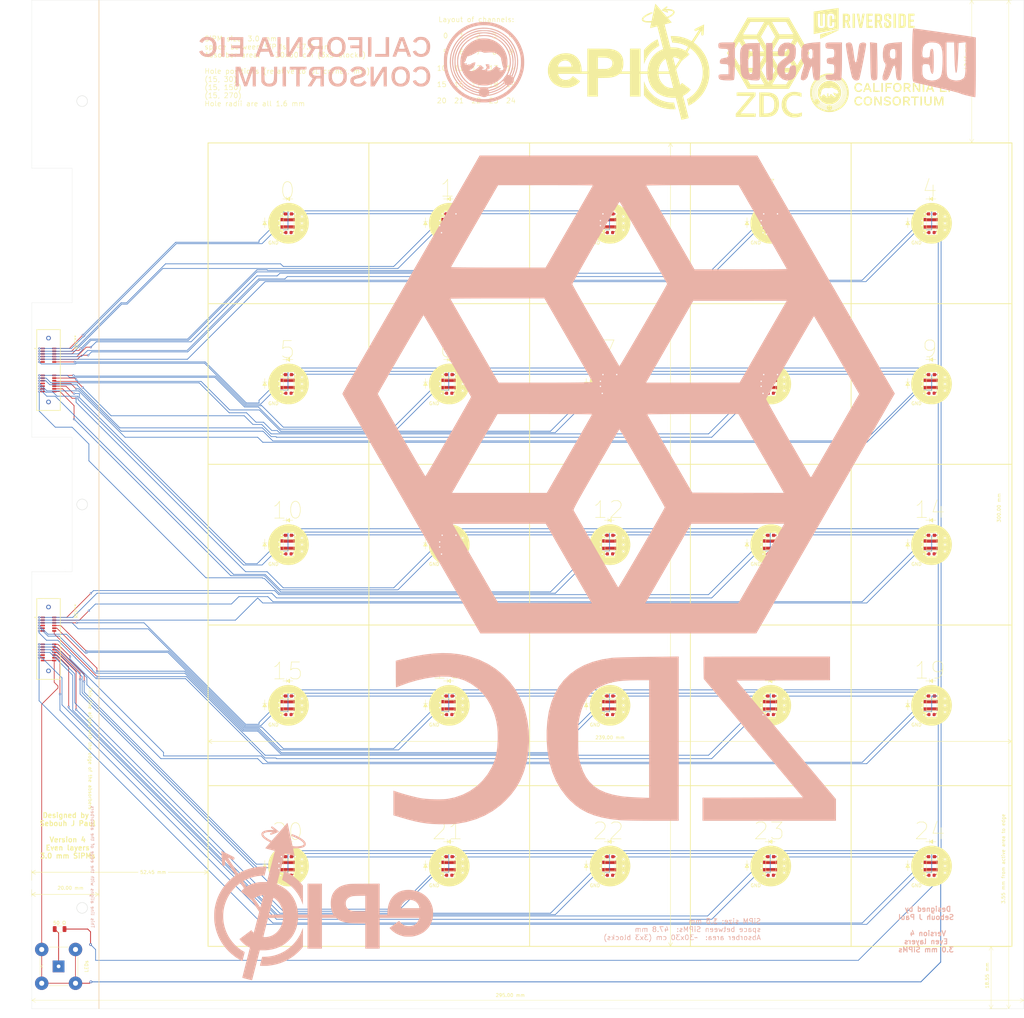
<source format=kicad_pcb>
(kicad_pcb (version 20240108) (generator "pcbnew") (generator_version "8.0")
  (layers (0 "F.Cu" signal) (31 "B.Cu" signal) (34 "B.Paste" user) (35 "F.Paste" user) (36 "B.SilkS" user "B.Silkscreen") (37 "F.SilkS" user "F.Silkscreen") (38 "B.Mask" user) (39 "F.Mask" user) (44 "Edge.Cuts" user))
  (net 0 "")
  (net 1 "GND")
  (net 2 "K0")
  (net 3 "A0")
  (net 4 "K1")
  (net 5 "A1")
  (net 6 "K2")
  (net 7 "A2")
  (net 8 "K3")
  (net 9 "A3")
  (net 10 "K4")
  (net 11 "A4")
  (net 12 "K5")
  (net 13 "A5")
  (net 14 "K6")
  (net 15 "A6")
  (net 16 "K7")
  (net 17 "A7")
  (net 18 "K8")
  (net 19 "A8")
  (net 20 "K9")
  (net 21 "A9")
  (net 22 "A10")
  (net 23 "K10")
  (net 24 "A11")
  (net 25 "K11")
  (net 26 "A12")
  (net 27 "K12")
  (net 28 "K14")
  (net 29 "A14")
  (net 30 "K13")
  (net 31 "A13")
  (net 32 "K15")
  (net 33 "A15")
  (net 34 "K16")
  (net 35 "A16")
  (net 36 "K17")
  (net 37 "A17")
  (net 38 "K18")
  (net 39 "A18")
  (net 40 "K19")
  (net 41 "A19")
  (net 42 "K20")
  (net 43 "A20")
  (net 44 "K21")
  (net 45 "A21")
  (net 46 "K22")
  (net 47 "A22")
  (net 48 "K23")
  (net 49 "A23")
  (net 50 "K24")
  (net 51 "A24")
  (footprint "SiPM:S14160-3015PS_dimple_silkscreen_with_LED_and_capacitor" (layer "F.Cu") (at 322.55 191.95)
    (property "Reference" "REF**34" (hide yes))
    (property "Value" "S14160-3015PS" (hide yes))
  )
  (footprint "SiPM:S14160-3015PS_dimple_silkscreen_with_LED_and_capacitor" (layer "F.Cu") (at 131.35 287.55)
    (property "Reference" "REF**40" (hide yes))
    (property "Value" "S14160-3015PS" (hide yes))
  )
  (footprint "SiPM:S14160-3015PS_dimple_silkscreen_with_LED_and_capacitor" (layer "F.Cu") (at 131.35 191.95)
    (property "Reference" "REF**30" (hide yes))
    (property "Value" "S14160-3015PS" (hide yes))
  )
  (footprint "SiPM:S14160-3015PS_dimple_silkscreen_with_LED_and_capacitor" (layer "F.Cu") (at 322.55 96.35)
    (property "Reference" "REF**24" (hide yes))
    (property "Value" "S14160-3015PS" (hide yes))
  )
  (footprint "Connector_Samtec_HSEC8:SAMTEC_HSEC8-113-01-X-DV-A-L2" (layer "F.Cu") (at 60 140 -90)
    (property "Reference" "REF**")
    (property "Value" "SAMTEC_HSEC8-113-01-X-DV-A-L2")
  )
  (footprint "SiPM:S14160-3015PS_dimple_silkscreen_with_LED_and_capacitor" (layer "F.Cu") (at 274.75 287.55)
    (property "Reference" "REF**43" (hide yes))
    (property "Value" "S14160-3015PS" (hide yes))
  )
  (footprint "SiPM:S14160-3015PS_dimple_silkscreen_with_LED_and_capacitor" (layer "F.Cu") (at 274.75 239.75)
    (property "Reference" "REF**38" (hide yes))
    (property "Value" "S14160-3015PS" (hide yes))
  )
  (footprint "SiPM:S14160-3015PS_dimple_silkscreen_with_LED_and_capacitor" (layer "F.Cu") (at 226.95 96.35)
    (property "Reference" "REF**22" (hide yes))
    (property "Value" "S14160-3015PS" (hide yes))
  )
  (footprint "Connector_Samtec_HSEC8:SAMTEC_HSEC8-113-01-X-DV-A-L2" (layer "F.Cu") (at 60 220 -90)
    (property "Reference" "REF**")
    (property "Value" "SAMTEC_HSEC8-113-01-X-DV-A-L2")
  )
  (footprint "SiPM:S14160-3015PS_dimple_silkscreen_with_LED_and_capacitor" (layer "F.Cu") (at 274.75 144.15)
    (property "Reference" "REF**28" (hide yes))
    (property "Value" "S14160-3015PS" (hide yes))
  )
  (footprint "SiPM:S14160-3015PS_dimple_silkscreen_with_LED_and_capacitor" (layer "F.Cu") (at 274.75 96.35)
    (property "Reference" "REF**23" (hide yes))
    (property "Value" "S14160-3015PS" (hide yes))
  )
  (footprint "Symbol:UCR_Logo_3cm" (layer "F.Cu") (at 302.5 36.9)
    (property "Reference" "G***" (hide yes))
    (property "Value" "LOGO" (hide yes))
  )
  (footprint "SiPM:S14160-3015PS_dimple_silkscreen_with_LED_and_capacitor" (layer "F.Cu") (at 226.95 191.95)
    (property "Reference" "REF**32" (hide yes))
    (property "Value" "S14160-3015PS" (hide yes))
  )
  (footprint "SiPM:S14160-3015PS_dimple_silkscreen_with_LED_and_capacitor" (layer "F.Cu") (at 322.55 287.55)
    (property "Reference" "REF**44" (hide yes))
    (property "Value" "S14160-3015PS" (hide yes))
  )
  (footprint "SiPM:S14160-3015PS_dimple_silkscreen_with_LED_and_capacitor" (layer "F.Cu") (at 179.15 144.15)
    (property "Reference" "REF**26" (hide yes))
    (property "Value" "S14160-3015PS" (hide yes))
  )
  (footprint "SiPM:S14160-3015PS_dimple_silkscreen_with_LED_and_capacitor" (layer "F.Cu") (at 179.15 239.75)
    (property "Reference" "REF**36" (hide yes))
    (property "Value" "S14160-3015PS" (hide yes))
  )
  (footprint "SiPM:S14160-3015PS_dimple_silkscreen_with_LED_and_capacitor" (layer "F.Cu") (at 131.35 96.35)
    (property "Reference" "REF**20" (hide yes))
    (property "Value" "S14160-3015PS" (hide yes))
  )
  (footprint "SiPM:S14160-3015PS_dimple_silkscreen_with_LED_and_capacitor" (layer "F.Cu") (at 131.35 144.15)
    (property "Reference" "REF**25" (hide yes))
    (property "Value" "S14160-3015PS" (hide yes))
  )
  (footprint "SiPM:S14160-3015PS_dimple_silkscreen_with_LED_and_capacitor" (layer "F.Cu") (at 226.95 239.75)
    (property "Reference" "REF**37" (hide yes))
    (property "Value" "S14160-3015PS" (hide yes))
  )
  (footprint "Symbol:ZDC_logo_30x30mm" (layer "F.Cu") (at 273.568409 50.081019)
    (property "Reference" "G***" (hide yes))
    (property "Value" "LOGO" (hide yes))
  )
  (footprint "SiPM:S14160-3015PS_dimple_silkscreen_with_LED_and_capacitor" (layer "F.Cu") (at 179.15 191.95)
    (property "Reference" "REF**31" (hide yes))
    (property "Value" "S14160-3015PS" (hide yes))
  )
  (footprint "Symbol:ePIC_logo_5.0cm" (layer "F.Cu") (at 232.5 48.3)
    (property "Reference" "G***" (hide yes))
    (property "Value" "LOGO" (hide yes))
  )
  (footprint "SiPM:S14160-3015PS_dimple_silkscreen_with_LED_and_capacitor" (layer "F.Cu") (at 226.95 144.15)
    (property "Reference" "REF**27" (hide yes))
    (property "Value" "S14160-3015PS" (hide yes))
  )
  (footprint "Symbol:consortium_logo_5cm" (layer "F.Cu") (at 308.2 57.4)
    (property "Reference" "G***" (hide yes))
    (property "Value" "LOGO" (hide yes))
  )
  (footprint "SiPM:S14160-3015PS_dimple_silkscreen_with_LED_and_capacitor" (layer "F.Cu") (at 179.15 287.55)
    (property "Reference" "REF**41" (hide yes))
    (property "Value" "S14160-3015PS" (hide yes))
  )
  (footprint "SiPM:S14160-3015PS_dimple_silkscreen_with_LED_and_capacitor" (layer "F.Cu") (at 322.55 144.15)
    (property "Reference" "REF**29" (hide yes))
    (property "Value" "S14160-3015PS" (hide yes))
  )
  (footprint "Resistor_SMD:R_1206_3216Metric" (layer "F.Cu") (at 63.3 306.3)
    (property "Reference" "50 Ω")
    (property "Value" "R_1206_3216Metric")
  )
  (footprint "SiPM:S14160-3015PS_dimple_silkscreen_with_LED_and_capacitor" (layer "F.Cu") (at 179.15 96.35)
    (property "Reference" "REF**21" (hide yes))
    (property "Value" "S14160-3015PS" (hide yes))
  )
  (footprint "Connector_Coaxial:BNC_TEConnectivity_1478035_Horizontal" (layer "F.Cu") (at 63 317.4 90)
    (property "Reference" "LEDs")
    (property "Value" "BNC_TEConnectivity_1478035_Horizontal")
  )
  (footprint "SiPM:S14160-3015PS_dimple_silkscreen_with_LED_and_capacitor" (layer "F.Cu") (at 226.95 287.55)
    (property "Reference" "REF**42" (hide yes))
    (property "Value" "S14160-3015PS" (hide yes))
  )
  (footprint "SiPM:S14160-3015PS_dimple_silkscreen_with_LED_and_capacitor" (layer "F.Cu") (at 131.35 239.75)
    (property "Reference" "REF**35" (hide yes))
    (property "Value" "S14160-3015PS" (hide yes))
  )
  (footprint "SiPM:S14160-3015PS_dimple_silkscreen_with_LED_and_capacitor" (layer "F.Cu") (at 322.55 239.75)
    (property "Reference" "REF**39" (hide yes))
    (property "Value" "S14160-3015PS" (hide yes))
  )
  (footprint "SiPM:S14160-3015PS_dimple_silkscreen_with_LED_and_capacitor" (layer "F.Cu") (at 274.75 191.95)
    (property "Reference" "REF**33" (hide yes))
    (property "Value" "S14160-3015PS" (hide yes))
  )
  (footprint "Symbol:UCR_logo_10cm" (layer "B.Cu") (at 298.2 50.5 180)
    (property "Reference" "G***" (hide yes))
    (property "Value" "LOGO" (hide yes))
  )
  (footprint "Symbol:Consortium_logo_11cm" (layer "B.Cu") (at 152.8 48 180)
    (property "Reference" "G***" (hide yes))
    (property "Value" "LOGO" (hide yes))
  )
  (footprint "Symbol:ZDC_logo_20x20cm" (layer "B.Cu") (at 232.4 176.2 180)
    (property "Reference" "G***" (hide yes))
    (property "Value" "LOGO" (hide yes))
  )
  (footprint "Symbol:ePIC_logo_6.8cm" (layer "B.Cu") (at 141.8 298.1 180)
    (property "Reference" "G***" (hide yes))
    (property "Value" "LOGO" (hide yes))
  )
  (gr_line (start 75 330) (end 75 30) (stroke (width 0.1)) (layer "B.SilkS"))
  (gr_line (start 107.45 215.85) (end 346.45 215.85) (stroke (width 0.25)) (layer "F.SilkS"))
  (gr_line (start 346.45 72.45) (end 346.45 311.45) (stroke (width 0.25)) (layer "F.SilkS"))
  (gr_line (start 250.85 72.45) (end 250.85 311.45) (stroke (width 0.25)) (layer "F.SilkS"))
  (gr_line (start 75 30) (end 75 330) (stroke (width 0.15)) (layer "F.SilkS"))
  (gr_line (start 298.65 72.45) (end 298.65 311.45) (stroke (width 0.25)) (layer "F.SilkS"))
  (gr_line (start 107.45 168.05) (end 346.45 168.05) (stroke (width 0.25)) (layer "F.SilkS"))
  (gr_line (start 107.45 72.45) (end 107.45 311.45) (stroke (width 0.25)) (layer "F.SilkS"))
  (gr_line (start 107.45 120.25) (end 346.45 120.25) (stroke (width 0.25)) (layer "F.SilkS"))
  (gr_line (start 203.05 72.45) (end 203.05 311.45) (stroke (width 0.25)) (layer "F.SilkS"))
  (gr_line (start 107.45 72.45) (end 346.45 72.45) (stroke (width 0.25)) (layer "F.SilkS"))
  (gr_line (start 107.45 263.65) (end 346.45 263.65) (stroke (width 0.25)) (layer "F.SilkS"))
  (gr_line (start 155.25 72.45) (end 155.25 311.45) (stroke (width 0.25)) (layer "F.SilkS"))
  (gr_line (start 107.45 311.45) (end 346.45 311.45) (stroke (width 0.25)) (layer "F.SilkS"))
  (gr_circle (center 70 300) (end 71.6 300) (stroke (width 0.1)) (fill none) (layer "Edge.Cuts"))
  (gr_circle (center 70 60) (end 71.6 60) (stroke (width 0.1)) (fill none) (layer "Edge.Cuts"))
  (gr_line (start 55 200) (end 55 330) (stroke (width 0.05)) (layer "Edge.Cuts"))
  (gr_line (start 67 160) (end 55 160) (stroke (width 0.05)) (layer "Edge.Cuts"))
  (gr_line (start 55 120) (end 55 160) (stroke (width 0.05)) (layer "Edge.Cuts"))
  (gr_line (start 55 200) (end 65 200) (stroke (width 0.05)) (layer "Edge.Cuts"))
  (gr_line (start 55 30) (end 350 30) (stroke (width 0.05)) (layer "Edge.Cuts"))
  (gr_line (start 67 80) (end 55 80) (stroke (width 0.05)) (layer "Edge.Cuts"))
  (gr_line (start 55 80) (end 55 30) (stroke (width 0.05)) (layer "Edge.Cuts"))
  (gr_circle (center 70 180) (end 71.6 180) (stroke (width 0.1)) (fill none) (layer "Edge.Cuts"))
  (gr_line (start 55 120) (end 67 120) (stroke (width 0.05)) (layer "Edge.Cuts"))
  (gr_line (start 67 120) (end 67 80) (stroke (width 0.05)) (layer "Edge.Cuts"))
  (gr_line (start 350 30) (end 350 330) (stroke (width 0.05)) (layer "Edge.Cuts"))
  (gr_line (start 67 200) (end 65 200) (stroke (width 0.05)) (layer "Edge.Cuts"))
  (gr_line (start 67 200) (end 67 160) (stroke (width 0.05)) (layer "Edge.Cuts"))
  (gr_line (start 350 330) (end 55 330) (stroke (width 0.05)) (layer "Edge.Cuts"))
  (gr_text "SiPM size: 3.0 mm\nspace between SiPMs:  47.8 mm\nAbsorber area:  ~30x30 cm (3x3 blocks)" (at 271.9 306.4 0) (layer "B.SilkS") (effects (font (size 1.5 1.5)) (justify left mirror)))
  (gr_text "SiPM size: 1.3 mm\nspace between SiPMs:  47.8 mm\nAbsorber area:  ~30x30 cm (3x3 blocks)" (at 271.9 306.4 0) (layer "B.SilkS") (effects (font (size 1.5 1.5)) (justify left mirror)))
  (gr_text "This line aligns with the edge of the absorbers" (at 73.1 287.8 -90) (layer "B.SilkS") (effects (font (size 1 1)) (justify mirror)))
  (gr_text "Designed by \nSebouh J Paul\n\nVersion 4 \nEven layers\n3.0 mm SiPMs" (at 320.9 306.4 0) (layer "B.SilkS") (effects (font (size 1.5 1.5) (thickness 0.3)) (justify mirror)))
  (gr_text "3" (at 274.25 85.95 0) (layer "F.SilkS") (effects (font (size 5 5))))
  (gr_text "17" (at 226.45 229.35 0) (layer "F.SilkS") (effects (font (size 5 5))))
  (gr_text "14" (at 322.05 181.55 0) (layer "F.SilkS") (effects (font (size 5 5))))
  (gr_text "19" (at 322.05 229.35 0) (layer "F.SilkS") (effects (font (size 5 5))))
  (gr_text "Layout of channels:\n\n 0   1   2   3   4\n\n 5   6   7   8   9\n\n10  11  12  13  14\n\n15  16  17  18  19\n\n20  21  22  23  24" (at 187.2 47.8 0) (layer "F.SilkS") (effects (font (size 1.5 1.5))))
  (gr_text "4" (at 322.05 85.95 0) (layer "F.SilkS") (effects (font (size 5 5))))
  (gr_text "10" (at 131.05 181.75 0) (layer "F.SilkS") (effects (font (size 5 5))))
  (gr_text "24" (at 322.05 277.15 0) (layer "F.SilkS") (effects (font (size 5 5))))
  (gr_text "1" (at 178.65 85.95 0) (layer "F.SilkS") (effects (font (size 5 5))))
  (gr_text "12" (at 226.45 181.55 0) (layer "F.SilkS") (effects (font (size 5 5))))
  (gr_text "5" (at 131.05 133.95 0) (layer "F.SilkS") (effects (font (size 5 5))))
  (gr_text "23" (at 274.25 277.15 0) (layer "F.SilkS") (effects (font (size 5 5))))
  (gr_text "18" (at 274.25 229.35 0) (layer "F.SilkS") (effects (font (size 5 5))))
  (gr_text "11" (at 178.65 181.55 0) (layer "F.SilkS") (effects (font (size 5 5))))
  (gr_text "This line aligns with the edge of the absorbers\n" (at 72.4 252.6 -90) (layer "F.SilkS") (effects (font (size 1 1))))
  (gr_text "6" (at 178.65 133.75 0) (layer "F.SilkS") (effects (font (size 5 5))))
  (gr_text "8" (at 274.25 133.75 0) (layer "F.SilkS") (effects (font (size 5 5))))
  (gr_text "9" (at 322.05 133.75 0) (layer "F.SilkS") (effects (font (size 5 5))))
  (gr_text "7" (at 226.45 133.75 0) (layer "F.SilkS") (effects (font (size 5 5))))
  (gr_text "2" (at 226.45 85.95 0) (layer "F.SilkS") (effects (font (size 5 5))))
  (gr_text "13" (at 274.25 181.55 0) (layer "F.SilkS") (effects (font (size 5 5))))
  (gr_text "20" (at 131.05 277.35 0) (layer "F.SilkS") (effects (font (size 5 5))))
  (gr_text "SiPM size: 3.0 mm\nspace between SiPMs:  47.8 mm\nAbsorber area:   ~30x30 cm (3x3 blocks)\n\nHole positions (relative to UL corner, mm):\n(15, 30)\n(15, 150)\n(15, 270)\nHole radii are all 1.6 mm" (at 106.3 51.1 0) (layer "F.SilkS") (effects (font (size 1.5 1.5)) (justify left)))
  (gr_text "21" (at 178.65 277.15 0) (layer "F.SilkS") (effects (font (size 5 5))))
  (gr_text "3.55 mm from active area to edge" (at 343.9 285.4 90) (layer "F.SilkS") (effects (font (size 1 1))))
  (gr_text "Designed by \nSebouh J Paul\n\nVersion 4\nEven layers\n3.0 mm SiPMs\n" (at 65.7 278.5 0) (layer "F.SilkS") (effects (font (size 1.5 1.5) (thickness 0.3))))
  (gr_text "16" (at 178.65 229.35 0) (layer "F.SilkS") (effects (font (size 5 5))))
  (gr_text "0" (at 131.05 86.65 0) (layer "F.SilkS") (effects (font (size 5 5))))
  (gr_text "15" (at 131.05 229.55 0) (layer "F.SilkS") (effects (font (size 5 5))))
  (gr_text "22" (at 226.45 277.15 0) (layer "F.SilkS") (effects (font (size 5 5))))
  (dimension (type aligned) (layer "F.SilkS") (pts (xy 346.9 72.4) (xy 346.9 30)) (height -12.4) (gr_text "42.45 mm" (at 332.891574 46.801574 90) (layer "F.SilkS") (effects (font (size 1 1) (thickness 0.15)))) (format (prefix "") (suffix "") (units 3) (units_format 1) (precision 2) (override_value "42.45")) (style (thickness 0.1) (arrow_length 1.27) (text_position_mode 2) (extension_height 0.58642) (extension_offset 0.5) keep_text_aligned))
  (dimension (type aligned) (layer "F.SilkS") (pts (xy 345.5 330) (xy 345.5 30)) (height 0) (gr_text "300.00 mm" (at 342.6 180.99 90) (layer "F.SilkS") (effects (font (size 1 1) (thickness 0.15)))) (format (prefix "") (suffix "") (units 3) (units_format 1) (precision 2)) (style (thickness 0.1) (arrow_length 1.27) (text_position_mode 2) (extension_height 0.58642) (extension_offset 0.5) keep_text_aligned))
  (dimension (type aligned) (layer "F.SilkS") (pts (xy 55 327.51) (xy 350 327.51)) (height -0.01) (gr_text "295.00 mm" (at 197.3 326 0) (layer "F.SilkS") (effects (font (size 1 1) (thickness 0.15)))) (format (prefix "") (suffix "") (units 3) (units_format 1) (precision 2)) (style (thickness 0.1) (arrow_length 1.27) (text_position_mode 2) (extension_height 0.58642) (extension_offset 0.5) keep_text_aligned))
  (dimension (type aligned) (layer "F.SilkS") (pts (xy 55 294.062827) (xy 75 294.062827)) (height 1.937173) (gr_text "20.00 mm" (at 66.538595 294.084232 0) (layer "F.SilkS") (effects (font (size 1 1) (thickness 0.15)))) (format (prefix "") (suffix "") (units 3) (units_format 1) (precision 2)) (style (thickness 0.15) (arrow_length 1.27) (text_position_mode 2) (extension_height 0.58642) (extension_offset 0.5) keep_text_aligned))
  (dimension (type aligned) (layer "F.SilkS") (pts (xy 346.45 311.45) (xy 346.45 72.45)) (height -101.52) (gr_text "239.00 mm" (at 243.78 191.95 90) (layer "F.SilkS") (effects (font (size 1 1) (thickness 0.15)))) (format (prefix "") (suffix "") (units 3) (units_format 1) (precision 2)) (style (thickness 0.15) (arrow_length 1.27) (text_position_mode 0) (extension_height 0.58642) (extension_offset 0.5) keep_text_aligned))
  (dimension (type aligned) (layer "F.SilkS") (pts (xy 345.5 311.5) (xy 345.5 330)) (height 5.246903) (gr_text "18.55 mm" (at 339.1 320.1 90) (layer "F.SilkS") (effects (font (size 1 1) (thickness 0.15)))) (format (prefix "") (suffix "") (units 3) (units_format 1) (precision 2) (override_value "18.55")) (style (thickness 0.1) (arrow_length 1.27) (text_position_mode 2) (extension_height 0.58642) (extension_offset 0.5) keep_text_aligned))
  (dimension (type aligned) (layer "F.SilkS") (pts (xy 107.45 311.45) (xy 346.45 311.45)) (height -60.97) (gr_text "239.00 mm" (at 226.95 249.33 0) (layer "F.SilkS") (effects (font (size 1 1) (thickness 0.15)))) (format (prefix "") (suffix "") (units 3) (units_format 1) (precision 2)) (style (thickness 0.15) (arrow_length 1.27) (text_position_mode 0) (extension_height 0.58642) (extension_offset 0.5) keep_text_aligned))
  (dimension (type aligned) (layer "F.SilkS") (pts (xy 55 292.31) (xy 107.45 292.31)) (height -2.91) (gr_text "52.45 mm" (at 91.11 289.4 0) (layer "F.SilkS") (effects (font (size 1 1) (thickness 0.15)))) (format (prefix "") (suffix "") (units 3) (units_format 1) (precision 2)) (style (thickness 0.15) (arrow_length 1.27) (text_position_mode 2) (extension_height 0.58642) (extension_offset 0.5) keep_text_aligned))
  (segment (start 71.6625 306.3) (end 64.7625 306.3) (width 0.25) (layer "F.Cu") (net 0))
  (segment (start 72.5 307.1375) (end 71.6625 306.3) (width 0.25) (layer "F.Cu") (net 0))
  (segment (start 63 317.4) (end 63 307.4625) (width 0.25) (layer "F.Cu") (net 0))
  (segment (start 72.5 310.9) (end 72.5 307.1375) (width 0.25) (layer "F.Cu") (net 0))
  (segment (start 63 307.4625) (end 61.8375 306.3) (width 0.25) (layer "F.Cu") (net 0))
  (via (at 72.5 310.9) (size 0.8) (drill 0.4) (layers "F.Cu" "B.Cu") (net 0))
  (segment (start 133.35 284.85) (end 177.05 284.85) (width 0.2) (layer "B.Cu") (net 0))
  (segment (start 324.55 237.85) (end 324.55 282.85) (width 0.2) (layer "B.Cu") (net 0))
  (segment (start 229.105025 93.494975) (end 272.805025 93.494975) (width 0.2) (layer "B.Cu") (net 0))
  (segment (start 324.55 291.85) (end 300.8 315.6) (width 0.2) (layer "B.Cu") (net 0))
  (segment (start 133.35 189.05) (end 177.05 189.05) (width 0.2) (layer "B.Cu") (net 0))
  (segment (start 181.15 141.25) (end 224.85 141.25) (width 0.2) (layer "B.Cu") (net 0))
  (segment (start 324.6 139.4) (end 130 139.4) (width 0.2) (layer "B.Cu") (net 0))
  (segment (start 276.75 141.25) (end 320.45 141.25) (width 0.2) (layer "B.Cu") (net 0))
  (segment (start 181.15 284.85) (end 224.85 284.85) (width 0.2) (layer "B.Cu") (net 0))
  (segment (start 133.35 237) (end 177.05 237) (width 0.2) (layer "B.Cu") (net 0))
  (segment (start 276.75 284.85) (end 320.45 284.85) (width 0.2) (layer "B.Cu") (net 0))
  (segment (start 228.95 141.25) (end 272.65 141.25) (width 0.2) (layer "B.Cu") (net 0))
  (segment (start 181.15 237) (end 224.85 237) (width 0.2) (layer "B.Cu") (net 0))
  (segment (start 324.6 139.4) (end 324.6 139.2) (width 0.2) (layer "B.Cu") (net 0))
  (segment (start 276.75 189.05) (end 320.45 189.05) (width 0.2) (layer "B.Cu") (net 0))
  (segment (start 129.25 284.85) (end 129.25 283.75) (width 0.2) (layer "B.Cu") (net 0))
  (segment (start 276.905025 93.494975) (end 320.605025 93.494975) (width 0.2) (layer "B.Cu") (net 0))
  (segment (start 74 312.4) (end 72.5 310.9) (width 0.2) (layer "B.Cu") (net 0))
  (segment (start 324.55 139.15) (end 324.55 93.55) (width 0.2) (layer "B.Cu") (net 0))
  (segment (start 228.95 284.85) (end 272.65 284.85) (width 0.2) (layer "B.Cu") (net 0))
  (segment (start 324.55 284.75) (end 324.55 291.85) (width 0.2) (layer "B.Cu") (net 0))
  (segment (start 129.25 140.15) (end 129.25 141.25) (width 0.2) (layer "B.Cu") (net 0))
  (segment (start 228.95 237) (end 272.65 237) (width 0.2) (layer "B.Cu") (net 0))
  (segment (start 74 315.6) (end 74 312.4) (width 0.2) (layer "B.Cu") (net 0))
  (segment (start 324.6 139.2) (end 324.55 139.15) (width 0.2) (layer "B.Cu") (net 0))
  (segment (start 133.505025 93.494975) (end 177.205025 93.494975) (width 0.2) (layer "B.Cu") (net 0))
  (segment (start 129.25 283.75) (end 130 283) (width 0.2) (layer "B.Cu") (net 0))
  (segment (start 300.8 315.6) (end 74 315.6) (width 0.2) (layer "B.Cu") (net 0))
  (segment (start 130 283) (end 324.4 283) (width 0.2) (layer "B.Cu") (net 0))
  (segment (start 181.305025 93.494975) (end 225.005025 93.494975) (width 0.2) (layer "B.Cu") (net 0))
  (segment (start 324.55 282.85) (end 324.4 283) (width 0.2) (layer "B.Cu") (net 0))
  (segment (start 181.15 189.05) (end 224.85 189.05) (width 0.2) (layer "B.Cu") (net 0))
  (segment (start 133.35 141.25) (end 177.05 141.25) (width 0.2) (layer "B.Cu") (net 0))
  (segment (start 130 139.4) (end 129.25 140.15) (width 0.2) (layer "B.Cu") (net 0))
  (segment (start 276.75 237) (end 320.45 237) (width 0.2) (layer "B.Cu") (net 0))
  (segment (start 228.95 189.05) (end 272.65 189.05) (width 0.2) (layer "B.Cu") (net 0))
  (segment (start 61.7 232.9) (end 61.7 226.4) (width 0.2) (layer "F.Cu") (net 1))
  (segment (start 57.975 312.375) (end 57.975 239.425) (width 0.2) (layer "F.Cu") (net 1))
  (segment (start 57.975 322.425) (end 57.975 312.375) (width 0.2) (layer "F.Cu") (net 1))
  (segment (start 57.975 239.425) (end 62.8 234.6) (width 0.2) (layer "F.Cu") (net 1))
  (segment (start 62.8 234.6) (end 62.8 234) (width 0.2) (layer "F.Cu") (net 1))
  (segment (start 72.6 322) (end 72.175 322.425) (width 0.25) (layer "F.Cu") (net 1))
  (segment (start 58.3 226.4) (end 61.7 226.4) (width 0.2) (layer "F.Cu") (net 1))
  (segment (start 68.025 322.425) (end 57.975 322.425) (width 0.2) (layer "F.Cu") (net 1))
  (segment (start 68.025 312.375) (end 68.025 322.425) (width 0.2) (layer "F.Cu") (net 1))
  (segment (start 72.175 322.425) (end 68.025 322.425) (width 0.25) (layer "F.Cu") (net 1))
  (segment (start 62.8 234) (end 61.7 232.9) (width 0.2) (layer "F.Cu") (net 1))
  (via (at 72.6 322) (size 0.8) (drill 0.4) (layers "F.Cu" "B.Cu") (net 1))
  (segment (start 224.65 146.95) (end 224.65 146.05) (width 0.2) (layer "B.Cu") (net 1))
  (segment (start 322.55 193.85) (end 322.6 193.8) (width 0.2) (layer "B.Cu") (net 1))
  (segment (start 272.45 241.65) (end 272.45 242.55) (width 0.2) (layer "B.Cu") (net 1))
  (segment (start 130 235.15) (end 324.4 235.15) (width 0.2) (layer "B.Cu") (net 1))
  (segment (start 224.65 99.15) (end 224.65 98.25) (width 0.2) (layer "B.Cu") (net 1))
  (segment (start 322.6 146) (end 322.6 141.4) (width 0.2) (layer "B.Cu") (net 1))
  (segment (start 179 140.4) (end 227 140.4) (width 0.2) (layer "B.Cu") (net 1))
  (segment (start 226.8 188.2) (end 274.8 188.2) (width 0.2) (layer "B.Cu") (net 1))
  (segment (start 131.2 193.8) (end 131.2 188.2) (width 0.2) (layer "B.Cu") (net 1))
  (segment (start 177 146.05) (end 176.85 146.05) (width 0.2) (layer "B.Cu") (net 1))
  (segment (start 178.95 146.05) (end 177 146.05) (width 0.2) (layer "B.Cu") (net 1))
  (segment (start 227 283.8) (end 179 283.8) (width 0.2) (layer "B.Cu") (net 1))
  (segment (start 325.4 235.8) (end 325.4 237) (width 0.2) (layer "B.Cu") (net 1))
  (segment (start 324.55 141.25) (end 324.55 187.05) (width 0.2) (layer "B.Cu") (net 1))
  (segment (start 274.55 146.05) (end 272.45 146.05) (width 0.2) (layer "B.Cu") (net 1))
  (segment (start 179 193.8) (end 179 188.2) (width 0.2) (layer "B.Cu") (net 1))
  (segment (start 130 187.2) (end 324.4 187.2) (width 0.2) (layer "B.Cu") (net 1))
  (segment (start 129.05 242.55) (end 129.05 241.65) (width 0.2) (layer "B.Cu") (net 1))
  (segment (start 131.2 241.6) (end 131.2 236.15) (width 0.2) (layer "B.Cu") (net 1))
  (segment (start 178.95 98.25) (end 176.85 98.25) (width 0.2) (layer "B.Cu") (net 1))
  (segment (start 326 288) (end 326 285.4) (width 0.25) (layer "B.Cu") (net 1))
  (segment (start 226.75 98.25) (end 224.65 98.25) (width 0.2) (layer "B.Cu") (net 1))
  (segment (start 178.95 241.65) (end 176.85 241.65) (width 0.2) (layer "B.Cu") (net 1))
  (segment (start 325.275 316.125) (end 325.275 288.725) (width 0.25) (layer "B.Cu") (net 1))
  (segment (start 274.55 289.45) (end 274.6 289.4) (width 0.2) (layer "B.Cu") (net 1))
  (segment (start 227.155025 92.644975) (end 179.155025 92.644975) (width 0.2) (layer "B.Cu") (net 1))
  (segment (start 325.4 237) (end 322.6 237) (width 0.2) (layer "B.Cu") (net 1))
  (segment (start 274.6 289.4) (end 274.6 283.8) (width 0.2) (layer "B.Cu") (net 1))
  (segment (start 322.55 98.25) (end 322.6 98.2) (width 0.2) (layer "B.Cu") (net 1))
  (segment (start 131.15 193.85) (end 129.05 193.85) (width 0.2) (layer "B.Cu") (net 1))
  (segment (start 274.6 146) (end 274.6 140.4) (width 0.2) (layer "B.Cu") (net 1))
  (segment (start 274.6 188.2) (end 325.4 188.2) (width 0.2) (layer "B.Cu") (net 1))
  (segment (start 322.6 241.6) (end 322.6 237) (width 0.2) (layer "B.Cu") (net 1))
  (segment (start 129.05 289.45) (end 129.05 290.35) (width 0.2) (layer "B.Cu") (net 1))
  (segment (start 179 241.6) (end 179 236.15) (width 0.2) (layer "B.Cu") (net 1))
  (segment (start 322.6 283.8) (end 325.4 283.8) (width 0.2) (layer "B.Cu") (net 1))
  (segment (start 179 283.8) (end 179 289.4) (width 0.2) (layer "B.Cu") (net 1))
  (segment (start 131.2 289.4) (end 131.2 283.8) (width 0.2) (layer "B.Cu") (net 1))
  (segment (start 131.15 241.65) (end 129.05 241.65) (width 0.2) (layer "B.Cu") (net 1))
  (segment (start 320.25 241.65) (end 320.25 242.55) (width 0.2) (layer "B.Cu") (net 1))
  (segment (start 274.6 98.2) (end 274.55 98.25) (width 0.2) (layer "B.Cu") (net 1))
  (segment (start 131.2 146) (end 131.2 140.4) (width 0.2) (layer "B.Cu") (net 1))
  (segment (start 131.15 146.05) (end 129.05 146.05) (width 0.2) (layer "B.Cu") (net 1))
  (segment (start 272.45 193.85) (end 274.55 193.85) (width 0.2) (layer "B.Cu") (net 1))
  (segment (start 129.25 189.05) (end 129.25 187.95) (width 0.2) (layer "B.Cu") (net 1))
  (segment (start 176.85 242.55) (end 176.85 241.65) (width 0.2) (layer "B.Cu") (net 1))
  (segment (start 224.65 241.65) (end 224.65 242.55) (width 0.2) (layer "B.Cu") (net 1))
  (segment (start 176.85 194.75) (end 176.85 193.85) (width 0.2) (layer "B.Cu") (net 1))
  (segment (start 179.355025 92.644975) (end 131.355025 92.644975) (width 0.2) (layer "B.Cu") (net 1))
  (segment (start 274.8 283.8) (end 226.8 283.8) (width 0.2) (layer "B.Cu") (net 1))
  (segment (start 176.85 99.15) (end 176.85 98.25) (width 0.2) (layer "B.Cu") (net 1))
  (segment (start 320.25 99.15) (end 320.25 98.25) (width 0.2) (layer "B.Cu") (net 1))
  (segment (start 179 146) (end 179 140.4) (width 0.2) (layer "B.Cu") (net 1))
  (segment (start 272.45 98.25) (end 272.45 99.15) (width 0.2) (layer "B.Cu") (net 1))
  (segment (start 274.6 193.8) (end 274.6 188.2) (width 0.2) (layer "B.Cu") (net 1))
  (segment (start 179.155025 92.644975) (end 179 92.8) (width 0.2) (layer "B.Cu") (net 1))
  (segment (start 320.25 290.35) (end 320.25 289.45) (width 0.2) (layer "B.Cu") (net 1))
  (segment (start 272.45 194.75) (end 272.45 193.85) (width 0.2) (layer "B.Cu") (net 1))
  (segment (start 274.6 92.644975) (end 274.6 98.2) (width 0.2) (layer "B.Cu") (net 1))
  (segment (start 322.55 241.65) (end 322.6 241.6) (width 0.2) (layer "B.Cu") (net 1))
  (segment (start 129.25 235.9) (end 130 235.15) (width 0.2) (layer "B.Cu") (net 1))
  (segment (start 272.45 289.45) (end 274.55 289.45) (width 0.2) (layer "B.Cu") (net 1))
  (segment (start 129.05 99.15) (end 129.05 98.25) (width 0.2) (layer "B.Cu") (net 1))
  (segment (start 320.25 241.65) (end 322.55 241.65) (width 0.2) (layer "B.Cu") (net 1))
  (segment (start 224.65 290.35) (end 224.65 289.45) (width 0.2) (layer "B.Cu") (net 1))
  (segment (start 129.25 237) (end 129.25 235.9) (width 0.2) (layer "B.Cu") (net 1))
  (segment (start 274.55 241.65) (end 272.45 241.65) (width 0.2) (layer "B.Cu") (net 1))
  (segment (start 320.25 146.05) (end 322.55 146.05) (width 0.2) (layer "B.Cu") (net 1))
  (segment (start 325.275 288.725) (end 326 288) (width 0.25) (layer "B.Cu") (net 1))
  (segment (start 226.8 92.8) (end 226.8 98.2) (width 0.2) (layer "B.Cu") (net 1))
  (segment (start 226.8 146) (end 226.8 140.4) (width 0.2) (layer "B.Cu") (net 1))
  (segment (start 176.85 146.95) (end 176.85 146.2) (width 0.2) (layer "B.Cu") (net 1))
  (segment (start 131.2 92.8) (end 131.2 98.2) (width 0.2) (layer "B.Cu") (net 1))
  (segment (start 274.6 241.6) (end 274.6 235.8) (width 0.2) (layer "B.Cu") (net 1))
  (segment (start 274.55 193.85) (end 274.6 193.8) (width 0.2) (layer "B.Cu") (net 1))
  (segment (start 274.55 98.25) (end 272.45 98.25) (width 0.2) (layer "B.Cu") (net 1))
  (segment (start 224.65 194.75) (end 224.65 193.85) (width 0.2) (layer "B.Cu") (net 1))
  (segment (start 320.25 146.95) (end 320.25 146.05) (width 0.2) (layer "B.Cu") (net 1))
  (segment (start 322.6 193.8) (end 322.6 189.2) (width 0.2) (layer "B.Cu") (net 1))
  (segment (start 325.4 93.2) (end 325.4 235.8) (width 0.2) (layer "B.Cu") (net 1))
  (segment (start 265.35 235.8) (end 265 236.15) (width 0.2) (layer "B.Cu") (net 1))
  (segment (start 324.844975 92.644975) (end 325.4 93.2) (width 0.2) (layer "B.Cu") (net 1))
  (segment (start 226.8 140.4) (end 274.8 140.4) (width 0.2) (layer "B.Cu") (net 1))
  (segment (start 324.55 235) (end 324.4 235.15) (width 0.2) (layer "B.Cu") (net 1))
  (segment (start 129.25 187.95) (end 130 187.2) (width 0.2) (layer "B.Cu") (net 1))
  (segment (start 272.45 290.35) (end 272.45 289.45) (width 0.2) (layer "B.Cu") (net 1))
  (segment (start 226.75 146.05) (end 224.65 146.05) (width 0.2) (layer "B.Cu") (net 1))
  (segment (start 129.05 193.85) (end 129.05 194.75) (width 0.2) (layer "B.Cu") (net 1))
  (segment (start 226.75 241.65) (end 224.65 241.65) (width 0.2) (layer "B.Cu") (net 1))
  (segment (start 319.4 322) (end 325.275 316.125) (width 0.25) (layer "B.Cu") (net 1))
  (segment (start 226.8 289.4) (end 226.8 284) (width 0.2) (layer "B.Cu") (net 1))
  (segment (start 226.8 284) (end 227 283.8) (width 0.2) (layer "B.Cu") (net 1))
  (segment (start 179 188.2) (end 227 188.2) (width 0.2) (layer "B.Cu") (net 1))
  (segment (start 72.6 322) (end 319.4 322) (width 0.25) (layer "B.Cu") (net 1))
  (segment (start 226.8 193.8) (end 226.8 188.2) (width 0.2) (layer "B.Cu") (net 1))
  (segment (start 131.2 283.8) (end 179.2 283.8) (width 0.2) (layer "B.Cu") (net 1))
  (segment (start 326 285.4) (end 325.4 284.8) (width 0.25) (layer "B.Cu") (net 1))
  (segment (start 320.25 289.45) (end 322.55 289.45) (width 0.2) (layer "B.Cu") (net 1))
  (segment (start 131.2 140.4) (end 179.2 140.4) (width 0.2) (layer "B.Cu") (net 1))
  (segment (start 322.55 146.05) (end 322.6 146) (width 0.2) (layer "B.Cu") (net 1))
  (segment (start 131.15 289.45) (end 129.05 289.45) (width 0.2) (layer "B.Cu") (net 1))
  (segment (start 324.55 187.05) (end 324.4 187.2) (width 0.2) (layer "B.Cu") (net 1))
  (segment (start 322.55 289.45) (end 322.6 289.4) (width 0.2) (layer "B.Cu") (net 1))
  (segment (start 325.4 237) (end 325.4 284.8) (width 0.2) (layer "B.Cu") (net 1))
  (segment (start 176.85 146.2) (end 177 146.05) (width 0.2) (layer "B.Cu") (net 1))
  (segment (start 272.45 146.95) (end 272.45 146.05) (width 0.2) (layer "B.Cu") (net 1))
  (segment (start 226.75 193.85) (end 224.65 193.85) (width 0.2) (layer "B.Cu") (net 1))
  (segment (start 320.25 98.25) (end 322.55 98.25) (width 0.2) (layer "B.Cu") (net 1))
  (segment (start 324.55 189.2) (end 324.55 235) (width 0.2) (layer "B.Cu") (net 1))
  (segment (start 178.95 193.85) (end 176.85 193.85) (width 0.2) (layer "B.Cu") (net 1))
  (segment (start 131.15 98.25) (end 129.05 98.25) (width 0.2) (layer "B.Cu") (net 1))
  (segment (start 226.8 241.6) (end 226.8 236.15) (width 0.2) (layer "B.Cu") (net 1))
  (segment (start 129.05 146.05) (end 129.05 146.95) (width 0.2) (layer "B.Cu") (net 1))
  (segment (start 322.6 98.2) (end 322.6 92.644975) (width 0.2) (layer "B.Cu") (net 1))
  (segment (start 131.2 188.2) (end 179.2 188.2) (width 0.2) (layer "B.Cu") (net 1))
  (segment (start 178.95 289.45) (end 176.85 289.45) (width 0.2) (layer "B.Cu") (net 1))
  (segment (start 131.355025 92.644975) (end 131.2 92.8) (width 0.2) (layer "B.Cu") (net 1))
  (segment (start 226.75 289.45) (end 224.65 289.45) (width 0.2) (layer "B.Cu") (net 1))
  (segment (start 320.25 193.85) (end 322.55 193.85) (width 0.2) (layer "B.Cu") (net 1))
  (segment (start 274.755025 92.644975) (end 324.844975 92.644975) (width 0.2) (layer "B.Cu") (net 1))
  (segment (start 322.6 289.4) (end 322.6 283.8) (width 0.2) (layer "B.Cu") (net 1))
  (segment (start 274.6 140.4) (end 325.4 140.4) (width 0.2) (layer "B.Cu") (net 1))
  (segment (start 226.8 236.15) (end 265 236.15) (width 0.2) (layer "B.Cu") (net 1))
  (segment (start 226.955025 92.644975) (end 226.8 92.8) (width 0.2) (layer "B.Cu") (net 1))
  (segment (start 274.955025 92.644975) (end 226.955025 92.644975) (width 0.2) (layer "B.Cu") (net 1))
  (segment (start 274.6 283.8) (end 322.6 283.8) (width 0.2) (layer "B.Cu") (net 1))
  (segment (start 320.25 193.85) (end 320.25 194.75) (width 0.2) (layer "B.Cu") (net 1))
  (segment (start 179 92.8) (end 179 98.2) (width 0.2) (layer "B.Cu") (net 1))
  (segment (start 176.85 290.35) (end 176.85 289.45) (width 0.2) (layer "B.Cu") (net 1))
  (segment (start 130.255025 92.644975) (end 131.355025 92.644975) (width 0.2) (layer "B.Cu") (net 1))
  (segment (start 325.4 235.8) (end 265.35 235.8) (width 0.2) (layer "B.Cu") (net 1))
  (segment (start 129.405025 93.494975) (end 130.255025 92.644975) (width 0.2) (layer "B.Cu") (net 1))
  (segment (start 179 236.15) (end 227 236.15) (width 0.2) (layer "B.Cu") (net 1))
  (segment (start 131.2 236.15) (end 179.2 236.15) (width 0.2) (layer "B.Cu") (net 1))
  (segment (start 66.2 133.6) (end 70.2 129.6) (width 0.2) (layer "F.Cu") (net 2))
  (segment (start 61.7 133.6) (end 66.2 133.6) (width 0.2) (layer "F.Cu") (net 2))
  (via (at 70.2 129.6) (size 0.6) (drill 0.3) (layers "F.Cu" "B.Cu") (net 2))
  (segment (start 128.5 95.55) (end 122.6 101.45) (width 0.2) (layer "B.Cu") (net 2))
  (segment (start 122.6 101.45) (end 122.6 102) (width 0.2) (layer "B.Cu") (net 2))
  (segment (start 122.6 102) (end 97.8 102) (width 0.2) (layer "B.Cu") (net 2))
  (segment (start 97.8 102) (end 70.2 129.6) (width 0.2) (layer "B.Cu") (net 2))
  (segment (start 58.35 133.6) (end 57.25 133.6) (width 0.2) (layer "F.Cu") (net 3))
  (via (at 57.25 133.6) (size 0.6) (drill 0.3) (layers "F.Cu" "B.Cu") (net 3))
  (segment (start 98 102.4) (end 70.8 129.6) (width 0.2) (layer "B.Cu") (net 3))
  (segment (start 70.448529 130.2) (end 70.2 130.2) (width 0.2) (layer "B.Cu") (net 3))
  (segment (start 128.5 97.4) (end 123.5 102.4) (width 0.2) (layer "B.Cu") (net 3))
  (segment (start 123.5 102.4) (end 98 102.4) (width 0.2) (layer "B.Cu") (net 3))
  (segment (start 70.8 129.848529) (end 70.448529 130.2) (width 0.2) (layer "B.Cu") (net 3))
  (segment (start 70.2 130.2) (end 66.8 133.6) (width 0.2) (layer "B.Cu") (net 3))
  (segment (start 128.5 97.05) (end 128.5 97.4) (width 0.2) (layer "B.Cu") (net 3))
  (segment (start 70.8 129.6) (end 70.8 129.848529) (width 0.2) (layer "B.Cu") (net 3))
  (segment (start 66.8 133.6) (end 57.25 133.6) (width 0.2) (layer "B.Cu") (net 3))
  (segment (start 66.84853 134.4) (end 61.7 134.4) (width 0.2) (layer "F.Cu") (net 4))
  (segment (start 68.124265 133.124265) (end 66.84853 134.4) (width 0.2) (layer "F.Cu") (net 4))
  (via (at 68.124265 133.124265) (size 0.6) (drill 0.3) (layers "F.Cu" "B.Cu") (net 4))
  (segment (start 162.65 109.2) (end 176.3 95.55) (width 0.2) (layer "B.Cu") (net 4))
  (segment (start 129.8 109.2) (end 162.65 109.2) (width 0.2) (layer "B.Cu") (net 4))
  (segment (start 81.6 120) (end 83.2 120) (width 0.2) (layer "B.Cu") (net 4))
  (segment (start 94.8 108.4) (end 129 108.4) (width 0.2) (layer "B.Cu") (net 4))
  (segment (start 129 108.4) (end 129.8 109.2) (width 0.2) (layer "B.Cu") (net 4))
  (segment (start 68.124265 133.124265) (end 68.475735 133.124265) (width 0.2) (layer "B.Cu") (net 4))
  (segment (start 83.2 120) (end 94.8 108.4) (width 0.2) (layer "B.Cu") (net 4))
  (segment (start 68.475735 133.124265) (end 81.6 120) (width 0.2) (layer "B.Cu") (net 4))
  (segment (start 58.35 134.4) (end 57.25 134.4) (width 0.2) (layer "F.Cu") (net 5))
  (via (at 57.25 134.4) (size 0.6) (drill 0.3) (layers "F.Cu" "B.Cu") (net 5))
  (segment (start 81.765686 120.4) (end 67.765686 134.4) (width 0.2) (layer "B.Cu") (net 5))
  (segment (start 163.9 109.8) (end 93.965686 109.8) (width 0.2) (layer "B.Cu") (net 5))
  (segment (start 93.965686 109.8) (end 83.365686 120.4) (width 0.2) (layer "B.Cu") (net 5))
  (segment (start 67.765686 134.4) (end 57.25 134.4) (width 0.2) (layer "B.Cu") (net 5))
  (segment (start 83.365686 120.4) (end 81.765686 120.4) (width 0.2) (layer "B.Cu") (net 5))
  (segment (start 176.3 97.4) (end 163.9 109.8) (width 0.2) (layer "B.Cu") (net 5))
  (segment (start 176.3 97.05) (end 176.3 97.4) (width 0.2) (layer "B.Cu") (net 5))
  (segment (start 68 134.2) (end 67 135.2) (width 0.2) (layer "F.Cu") (net 6))
  (segment (start 69 134.2) (end 68 134.2) (width 0.2) (layer "F.Cu") (net 6))
  (segment (start 69.6 133.6) (end 69 134.2) (width 0.2) (layer "F.Cu") (net 6))
  (segment (start 67 135.2) (end 61.7 135.2) (width 0.2) (layer "F.Cu") (net 6))
  (via (at 69.6 133.6) (size 0.6) (drill 0.3) (layers "F.Cu" "B.Cu") (net 6))
  (segment (start 72.4 130.8) (end 101.365686 130.8) (width 0.2) (layer "B.Cu") (net 6))
  (segment (start 125.2 110.4) (end 208.6 110.4) (width 0.2) (layer "B.Cu") (net 6))
  (segment (start 125 110.2) (end 125.2 110.4) (width 0.2) (layer "B.Cu") (net 6))
  (segment (start 101.365686 130.8) (end 121.965686 110.2) (width 0.2) (layer "B.Cu") (net 6))
  (segment (start 69.6 133.6) (end 72.4 130.8) (width 0.2) (layer "B.Cu") (net 6))
  (segment (start 208.6 110.4) (end 223.45 95.55) (width 0.2) (layer "B.Cu") (net 6))
  (segment (start 223.45 95.55) (end 224.1 95.55) (width 0.2) (layer "B.Cu") (net 6))
  (segment (start 121.965686 110.2) (end 125 110.2) (width 0.2) (layer "B.Cu") (net 6))
  (segment (start 58.35 135.2) (end 57.25 135.2) (width 0.2) (layer "F.Cu") (net 7))
  (via (at 57.25 135.2) (size 0.6) (drill 0.3) (layers "F.Cu" "B.Cu") (net 7))
  (segment (start 70.2 133.848529) (end 68.848529 135.2) (width 0.2) (layer "B.Cu") (net 7))
  (segment (start 224.1 97.05) (end 224.1 97.4) (width 0.2) (layer "B.Cu") (net 7))
  (segment (start 72.565686 131.2) (end 70.2 133.565686) (width 0.2) (layer "B.Cu") (net 7))
  (segment (start 210.7 110.8) (end 121.931372 110.8) (width 0.2) (layer "B.Cu") (net 7))
  (segment (start 70.2 133.565686) (end 70.2 133.848529) (width 0.2) (layer "B.Cu") (net 7))
  (segment (start 224.1 97.4) (end 210.7 110.8) (width 0.2) (layer "B.Cu") (net 7))
  (segment (start 101.531372 131.2) (end 72.565686 131.2) (width 0.2) (layer "B.Cu") (net 7))
  (segment (start 121.931372 110.8) (end 101.531372 131.2) (width 0.2) (layer "B.Cu") (net 7))
  (segment (start 68.848529 135.2) (end 57.25 135.2) (width 0.2) (layer "B.Cu") (net 7))
  (segment (start 72.6 133.2) (end 71.2 133.2) (width 0.2) (layer "F.Cu") (net 8))
  (segment (start 71.2 133.2) (end 68.4 136) (width 0.2) (layer "F.Cu") (net 8))
  (segment (start 68.4 136) (end 61.7 136) (width 0.2) (layer "F.Cu") (net 8))
  (via (at 72.6 133.2) (size 0.6) (drill 0.3) (layers "F.Cu" "B.Cu") (net 8))
  (segment (start 102.4 131.6) (end 74.2 131.6) (width 0.2) (layer "B.Cu") (net 8))
  (segment (start 122 112) (end 102.4 131.6) (width 0.2) (layer "B.Cu") (net 8))
  (segment (start 128.8 111.2) (end 128 112) (width 0.2) (layer "B.Cu") (net 8))
  (segment (start 256.25 111.2) (end 128.8 111.2) (width 0.2) (layer "B.Cu") (net 8))
  (segment (start 128 112) (end 122 112) (width 0.2) (layer "B.Cu") (net 8))
  (segment (start 74.2 131.6) (end 72.6 133.2) (width 0.2) (layer "B.Cu") (net 8))
  (segment (start 271.9 95.55) (end 256.25 111.2) (width 0.2) (layer "B.Cu") (net 8))
  (segment (start 58.35 136) (end 57.25 136) (width 0.2) (layer "F.Cu") (net 9))
  (via (at 57.25 136) (size 0.6) (drill 0.3) (layers "F.Cu" "B.Cu") (net 9))
  (segment (start 271.9 97.1) (end 256.8 112.2) (width 0.2) (layer "B.Cu") (net 9))
  (segment (start 71.6 134.2) (end 69.8 136) (width 0.2) (layer "B.Cu") (net 9))
  (segment (start 131 112.2) (end 130.3 112.9) (width 0.2) (layer "B.Cu") (net 9))
  (segment (start 130.3 112.9) (end 122.5 112.9) (width 0.2) (layer "B.Cu") (net 9))
  (segment (start 122.5 112.9) (end 101.2 134.2) (width 0.2) (layer "B.Cu") (net 9))
  (segment (start 271.9 97.05) (end 271.9 97.1) (width 0.2) (layer "B.Cu") (net 9))
  (segment (start 69.8 136) (end 57.25 136) (width 0.2) (layer "B.Cu") (net 9))
  (segment (start 272.1 96.85) (end 271.9 97.05) (width 0.2) (layer "B.Cu") (net 9))
  (segment (start 256.8 112.2) (end 131 112.2) (width 0.2) (layer "B.Cu") (net 9))
  (segment (start 101.2 134.2) (end 71.6 134.2) (width 0.2) (layer "B.Cu") (net 9))
  (segment (start 68.6 136.8) (end 61.7 136.8) (width 0.2) (layer "F.Cu") (net 10))
  (segment (start 71.8 135.6) (end 69.8 135.6) (width 0.2) (layer "F.Cu") (net 10))
  (segment (start 69.8 135.6) (end 68.6 136.8) (width 0.2) (layer "F.Cu") (net 10))
  (via (at 71.8 135.6) (size 0.6) (drill 0.3) (layers "F.Cu" "B.Cu") (net 10))
  (segment (start 101.4 134.6) (end 72.8 134.6) (width 0.2) (layer "B.Cu") (net 10))
  (segment (start 72.8 134.6) (end 71.8 135.6) (width 0.2) (layer "B.Cu") (net 10))
  (segment (start 319.65 95.55) (end 301.9 113.3) (width 0.2) (layer "B.Cu") (net 10))
  (segment (start 319.7 95.55) (end 319.65 95.55) (width 0.2) (layer "B.Cu") (net 10))
  (segment (start 122.7 113.3) (end 101.4 134.6) (width 0.2) (layer "B.Cu") (net 10))
  (segment (start 301.9 113.3) (end 122.7 113.3) (width 0.2) (layer "B.Cu") (net 10))
  (segment (start 58.35 136.8) (end 57.25 136.8) (width 0.2) (layer "F.Cu") (net 11))
  (via (at 57.25 136.8) (size 0.6) (drill 0.3) (layers "F.Cu" "B.Cu") (net 11))
  (segment (start 101.3 136.8) (end 124.4 113.7) (width 0.2) (layer "B.Cu") (net 11))
  (segment (start 57.25 136.8) (end 101.3 136.8) (width 0.2) (layer "B.Cu") (net 11))
  (segment (start 303.05 113.7) (end 319.7 97.05) (width 0.2) (layer "B.Cu") (net 11))
  (segment (start 124.4 113.7) (end 303.05 113.7) (width 0.2) (layer "B.Cu") (net 11))
  (segment (start 61.7 137.6) (end 67.8 137.6) (width 0.2) (layer "F.Cu") (net 12))
  (via (at 67.8 137.6) (size 0.6) (drill 0.3) (layers "F.Cu" "B.Cu") (net 12))
  (segment (start 106.6 137.6) (end 67.8 137.6) (width 0.2) (layer "B.Cu") (net 12))
  (segment (start 122.6 149.8) (end 118.8 149.8) (width 0.2) (layer "B.Cu") (net 12))
  (segment (start 122.6 149) (end 122.6 149.8) (width 0.2) (layer "B.Cu") (net 12))
  (segment (start 118.8 149.8) (end 106.6 137.6) (width 0.2) (layer "B.Cu") (net 12))
  (segment (start 128.25 143.35) (end 122.6 149) (width 0.2) (layer "B.Cu") (net 12))
  (segment (start 128.5 143.35) (end 128.25 143.35) (width 0.2) (layer "B.Cu") (net 12))
  (segment (start 58.35 137.6) (end 57.25 137.6) (width 0.2) (layer "F.Cu") (net 13))
  (via (at 57.25 137.6) (size 0.6) (drill 0.3) (layers "F.Cu" "B.Cu") (net 13))
  (segment (start 57.85 138.2) (end 57.25 137.6) (width 0.2) (layer "B.Cu") (net 13))
  (segment (start 68.048529 138.2) (end 57.85 138.2) (width 0.2) (layer "B.Cu") (net 13))
  (segment (start 128.5 144.85) (end 128.365686 144.85) (width 0.2) (layer "B.Cu") (net 13))
  (segment (start 123.015686 150.2) (end 118.634314 150.2) (width 0.2) (layer "B.Cu") (net 13))
  (segment (start 128.365686 144.85) (end 123.015686 150.2) (width 0.2) (layer "B.Cu") (net 13))
  (segment (start 118.634314 150.2) (end 106.434314 138) (width 0.2) (layer "B.Cu") (net 13))
  (segment (start 68.248529 138) (end 68.048529 138.2) (width 0.2) (layer "B.Cu") (net 13))
  (segment (start 106.434314 138) (end 68.248529 138) (width 0.2) (layer "B.Cu") (net 13))
  (segment (start 67.4 141.6) (end 61.7 141.6) (width 0.2) (layer "F.Cu") (net 14))
  (via (at 67.4 141.6) (size 0.6) (drill 0.3) (layers "F.Cu" "B.Cu") (net 14))
  (segment (start 123.181372 150.6) (end 118.468628 150.6) (width 0.2) (layer "B.Cu") (net 14))
  (segment (start 118.468628 150.6) (end 109.668628 141.8) (width 0.2) (layer "B.Cu") (net 14))
  (segment (start 176.3 143.35) (end 162.65 157) (width 0.2) (layer "B.Cu") (net 14))
  (segment (start 109.668628 141.8) (end 67.6 141.8) (width 0.2) (layer "B.Cu") (net 14))
  (segment (start 67.6 141.8) (end 67.4 141.6) (width 0.2) (layer "B.Cu") (net 14))
  (segment (start 129.8 157) (end 123.290686 150.490686) (width 0.2) (layer "B.Cu") (net 14))
  (segment (start 123.290686 150.490686) (end 123.181372 150.6) (width 0.2) (layer "B.Cu") (net 14))
  (segment (start 162.65 157) (end 129.8 157) (width 0.2) (layer "B.Cu") (net 14))
  (segment (start 58.35 141.6) (end 57.25 141.6) (width 0.2) (layer "F.Cu") (net 15))
  (via (at 57.25 141.6) (size 0.6) (drill 0.3) (layers "F.Cu" "B.Cu") (net 15))
  (segment (start 129 157.6) (end 122.4 151) (width 0.2) (layer "B.Cu") (net 15))
  (segment (start 118.302942 151) (end 109.502942 142.2) (width 0.2) (layer "B.Cu") (net 15))
  (segment (start 65.6 141.6) (end 57.25 141.6) (width 0.2) (layer "B.Cu") (net 15))
  (segment (start 122.4 151) (end 118.302942 151) (width 0.2) (layer "B.Cu") (net 15))
  (segment (start 176.5 144.65) (end 163.55 157.6) (width 0.2) (layer "B.Cu") (net 15))
  (segment (start 163.55 157.6) (end 129 157.6) (width 0.2) (layer "B.Cu") (net 15))
  (segment (start 109.502942 142.2) (end 66.2 142.2) (width 0.2) (layer "B.Cu") (net 15))
  (segment (start 66.2 142.2) (end 65.6 141.6) (width 0.2) (layer "B.Cu") (net 15))
  (segment (start 67.8 142.4) (end 61.7 142.4) (width 0.2) (layer "F.Cu") (net 16))
  (segment (start 68.2 142.8) (end 67.8 142.4) (width 0.2) (layer "F.Cu") (net 16))
  (via (at 68.2 142.8) (size 0.6) (drill 0.3) (layers "F.Cu" "B.Cu") (net 16))
  (segment (start 68.2 142.8) (end 68.8 143.4) (width 0.2) (layer "B.Cu") (net 16))
  (segment (start 105.4 143.4) (end 113.882843 151.882843) (width 0.2) (layer "B.Cu") (net 16))
  (segment (start 129.034314 158.2) (end 209.25 158.2) (width 0.2) (layer "B.Cu") (net 16))
  (segment (start 122.717157 151.882843) (end 129.034314 158.2) (width 0.2) (layer "B.Cu") (net 16))
  (segment (start 209.25 158.2) (end 224.1 143.35) (width 0.2) (layer "B.Cu") (net 16))
  (segment (start 113.882843 151.882843) (end 122.717157 151.882843) (width 0.2) (layer "B.Cu") (net 16))
  (segment (start 68.8 143.4) (end 105.4 143.4) (width 0.2) (layer "B.Cu") (net 16))
  (segment (start 58.35 142.4) (end 57.25 142.4) (width 0.2) (layer "F.Cu") (net 17))
  (via (at 57.25 142.4) (size 0.6) (drill 0.3) (layers "F.Cu" "B.Cu") (net 17))
  (segment (start 60.698529 143.8) (end 59.298529 142.4) (width 0.2) (layer "B.Cu") (net 17))
  (segment (start 128.6 158.6) (end 128 158) (width 0.2) (layer "B.Cu") (net 17))
  (segment (start 104.8 143.8) (end 60.698529 143.8) (width 0.2) (layer "B.Cu") (net 17))
  (segment (start 224.1 144.85) (end 224.1 145.2) (width 0.2) (layer "B.Cu") (net 17))
  (segment (start 128 158) (end 126.4 158) (width 0.2) (layer "B.Cu") (net 17))
  (segment (start 210.7 158.6) (end 128.6 158.6) (width 0.2) (layer "B.Cu") (net 17))
  (segment (start 126.4 158) (end 123.917157 155.517157) (width 0.2) (layer "B.Cu") (net 17))
  (segment (start 118.882843 152.717157) (end 113.717157 152.717157) (width 0.2) (layer "B.Cu") (net 17))
  (segment (start 113.717157 152.717157) (end 104.8 143.8) (width 0.2) (layer "B.Cu") (net 17))
  (segment (start 123.917157 155.517157) (end 121.682843 155.517157) (width 0.2) (layer "B.Cu") (net 17))
  (segment (start 224.1 145.2) (end 210.7 158.6) (width 0.2) (layer "B.Cu") (net 17))
  (segment (start 59.298529 142.4) (end 57.25 142.4) (width 0.2) (layer "B.Cu") (net 17))
  (segment (start 121.682843 155.517157) (end 118.882843 152.717157) (width 0.2) (layer "B.Cu") (net 17))
  (segment (start 61.7 143.2) (end 61.9 143.4) (width 0.2) (layer "F.Cu") (net 18))
  (segment (start 68.4 143.4) (end 70.2 145.2) (width 0.2) (layer "F.Cu") (net 18))
  (segment (start 61.9 143.4) (end 68.4 143.4) (width 0.2) (layer "F.Cu") (net 18))
  (via (at 70.2 145.2) (size 0.6) (drill 0.3) (layers "F.Cu" "B.Cu") (net 18))
  (segment (start 256.25 159) (end 126.2 159) (width 0.2) (layer "B.Cu") (net 18))
  (segment (start 126.2 159) (end 123.4 156.2) (width 0.2) (layer "B.Cu") (net 18))
  (segment (start 120.8 156.2) (end 118.2 153.6) (width 0.2) (layer "B.Cu") (net 18))
  (segment (start 78.6 153.6) (end 70.2 145.2) (width 0.2) (layer "B.Cu") (net 18))
  (segment (start 271.9 143.35) (end 256.25 159) (width 0.2) (layer "B.Cu") (net 18))
  (segment (start 123.4 156.2) (end 120.8 156.2) (width 0.2) (layer "B.Cu") (net 18))
  (segment (start 118.2 153.6) (end 78.6 153.6) (width 0.2) (layer "B.Cu") (net 18))
  (segment (start 58.35 143.2) (end 57.25 143.2) (width 0.2) (layer "F.Cu") (net 19))
  (via (at 57.25 143.2) (size 0.6) (drill 0.3) (layers "F.Cu" "B.Cu") (net 19))
  (segment (start 60.351471 144.351471) (end 59.2 143.2) (width 0.2) (layer "B.Cu") (net 19))
  (segment (start 127.6 159.8) (end 126.2 159.8) (width 0.2) (layer "B.Cu") (net 19))
  (segment (start 81.2 157.2) (end 68.6 144.6) (width 0.2) (layer "B.Cu") (net 19))
  (segment (start 257.2 160) (end 127.8 160) (width 0.2) (layer "B.Cu") (net 19))
  (segment (start 126.2 159.8) (end 123.6 157.2) (width 0.2) (layer "B.Cu") (net 19))
  (segment (start 271.9 145.3) (end 257.2 160) (width 0.2) (layer "B.Cu") (net 19))
  (segment (start 127.8 160) (end 127.6 159.8) (width 0.2) (layer "B.Cu") (net 19))
  (segment (start 123.6 157.2) (end 81.2 157.2) (width 0.2) (layer "B.Cu") (net 19))
  (segment (start 271.9 144.85) (end 271.9 145.3) (width 0.2) (layer "B.Cu") (net 19))
  (segment (start 68.6 144.351471) (end 60.351471 144.351471) (width 0.2) (layer "B.Cu") (net 19))
  (segment (start 68.6 144.6) (end 68.6 144.351471) (width 0.2) (layer "B.Cu") (net 19))
  (segment (start 59.2 143.2) (end 57.25 143.2) (width 0.2) (layer "B.Cu") (net 19))
  (segment (start 68.2 145.6) (end 66.6 144) (width 0.2) (layer "F.Cu") (net 20))
  (segment (start 66.6 144) (end 61.7 144) (width 0.2) (layer "F.Cu") (net 20))
  (via (at 68.2 145.6) (size 0.6) (drill 0.3) (layers "F.Cu" "B.Cu") (net 20))
  (segment (start 81.6 158.2) (end 123.8 158.2) (width 0.2) (layer "B.Cu") (net 20))
  (segment (start 123.8 158.2) (end 126.7 161.1) (width 0.2) (layer "B.Cu") (net 20))
  (segment (start 302.7 161.1) (end 319 144.8) (width 0.2) (layer "B.Cu") (net 20))
  (segment (start 68.2 145.6) (end 69 145.6) (width 0.2) (layer "B.Cu") (net 20))
  (segment (start 69 145.6) (end 81.6 158.2) (width 0.2) (layer "B.Cu") (net 20))
  (segment (start 319 144.8) (end 319 144.05) (width 0.2) (layer "B.Cu") (net 20))
  (segment (start 319 144.05) (end 319.7 143.35) (width 0.2) (layer "B.Cu") (net 20))
  (segment (start 126.7 161.1) (end 302.7 161.1) (width 0.2) (layer "B.Cu") (net 20))
  (segment (start 58.35 144) (end 57.25 144) (width 0.2) (layer "F.Cu") (net 21))
  (via (at 57.25 144) (size 0.6) (drill 0.3) (layers "F.Cu" "B.Cu") (net 21))
  (segment (start 57.298529 144) (end 57.25 144) (width 0.2) (layer "B.Cu") (net 21))
  (segment (start 122.2 160) (end 82.765685 160) (width 0.2) (layer "B.Cu") (net 21))
  (segment (start 123.7 161.5) (end 122.2 160) (width 0.2) (layer "B.Cu") (net 21))
  (segment (start 319.7 144.85) (end 319.7 145.1) (width 0.2) (layer "B.Cu") (net 21))
  (segment (start 82.765685 160) (end 68.965685 146.2) (width 0.2) (layer "B.Cu") (net 21))
  (segment (start 59.498529 146.2) (end 57.298529 144) (width 0.2) (layer "B.Cu") (net 21))
  (segment (start 68.965685 146.2) (end 59.498529 146.2) (width 0.2) (layer "B.Cu") (net 21))
  (segment (start 303.3 161.5) (end 123.7 161.5) (width 0.2) (layer "B.Cu") (net 21))
  (segment (start 319.7 145.1) (end 303.3 161.5) (width 0.2) (layer "B.Cu") (net 21))
  (segment (start 58.35 144.8) (end 57.25 144.8) (width 0.2) (layer "F.Cu") (net 22))
  (via (at 57.25 144.8) (size 0.6) (drill 0.3) (layers "F.Cu" "B.Cu") (net 22))
  (segment (start 57.4 144.8) (end 57.25 144.8) (width 0.2) (layer "B.Cu") (net 22))
  (segment (start 68.8 147.8) (end 62.565686 147.8) (width 0.2) (layer "B.Cu") (net 22))
  (segment (start 128.5 193) (end 123.5 198) (width 0.2) (layer "B.Cu") (net 22))
  (segment (start 123.5 198) (end 118 198) (width 0.2) (layer "B.Cu") (net 22))
  (segment (start 68.8 148.8) (end 68.8 147.8) (width 0.2) (layer "B.Cu") (net 22))
  (segment (start 118 198) (end 68.8 148.8) (width 0.2) (layer "B.Cu") (net 22))
  (segment (start 59.2 146.6) (end 57.4 144.8) (width 0.2) (layer "B.Cu") (net 22))
  (segment (start 62.565686 147.8) (end 61.365686 146.6) (width 0.2) (layer "B.Cu") (net 22))
  (segment (start 61.365686 146.6) (end 59.2 146.6) (width 0.2) (layer "B.Cu") (net 22))
  (segment (start 128.5 192.65) (end 128.5 193) (width 0.2) (layer "B.Cu") (net 22))
  (segment (start 65.2 144.8) (end 61.7 144.8) (width 0.2) (layer "F.Cu") (net 23))
  (segment (start 67.4 147) (end 65.2 144.8) (width 0.2) (layer "F.Cu") (net 23))
  (segment (start 67.6 147) (end 67.4 147) (width 0.2) (layer "F.Cu") (net 23))
  (via (at 67.6 147) (size 0.6) (drill 0.3) (layers "F.Cu" "B.Cu") (net 23))
  (segment (start 69.2 147) (end 69.2 148.2) (width 0.2) (layer "B.Cu") (net 23))
  (segment (start 69.2 148.2) (end 118.6 197.6) (width 0.2) (layer "B.Cu") (net 23))
  (segment (start 122.05 197.6) (end 128.5 191.15) (width 0.2) (layer "B.Cu") (net 23))
  (segment (start 67.6 147) (end 69.2 147) (width 0.2) (layer "B.Cu") (net 23))
  (segment (start 118.6 197.6) (end 122.05 197.6) (width 0.2) (layer "B.Cu") (net 23))
  (segment (start 58.35 145.6) (end 57.25 145.6) (width 0.2) (layer "F.Cu") (net 24))
  (via (at 57.25 145.6) (size 0.6) (drill 0.3) (layers "F.Cu" "B.Cu") (net 24))
  (segment (start 176.3 193) (end 176.3 192.65) (width 0.2) (layer "B.Cu") (net 24))
  (segment (start 163.9 205.4) (end 176.3 193) (width 0.2) (layer "B.Cu") (net 24))
  (segment (start 62 147.8) (end 115 200.8) (width 0.2) (layer "B.Cu") (net 24))
  (segment (start 57.298529 145.6) (end 59.498529 147.8) (width 0.2) (layer "B.Cu") (net 24))
  (segment (start 57.25 145.6) (end 57.298529 145.6) (width 0.2) (layer "B.Cu") (net 24))
  (segment (start 129 205.4) (end 163.9 205.4) (width 0.2) (layer "B.Cu") (net 24))
  (segment (start 124.4 200.8) (end 129 205.4) (width 0.2) (layer "B.Cu") (net 24))
  (segment (start 115 200.8) (end 124.4 200.8) (width 0.2) (layer "B.Cu") (net 24))
  (segment (start 59.498529 147.8) (end 62 147.8) (width 0.2) (layer "B.Cu") (net 24))
  (segment (start 67 148.4) (end 64.2 145.6) (width 0.2) (layer "F.Cu") (net 25))
  (segment (start 68.2 148.4) (end 67 148.4) (width 0.2) (layer "F.Cu") (net 25))
  (segment (start 64.2 145.6) (end 61.7 145.6) (width 0.2) (layer "F.Cu") (net 25))
  (via (at 68.2 148.4) (size 0.6) (drill 0.3) (layers "F.Cu" "B.Cu") (net 25))
  (segment (start 68.2 149.6) (end 68.2 148.4) (width 0.2) (layer "B.Cu") (net 25))
  (segment (start 125 200) (end 118.6 200) (width 0.2) (layer "B.Cu") (net 25))
  (segment (start 118.6 200) (end 68.2 149.6) (width 0.2) (layer "B.Cu") (net 25))
  (segment (start 162.65 204.8) (end 129.8 204.8) (width 0.2) (layer "B.Cu") (net 25))
  (segment (start 129.8 204.8) (end 125 200) (width 0.2) (layer "B.Cu") (net 25))
  (segment (start 176.05 191.4) (end 162.65 204.8) (width 0.2) (layer "B.Cu") (net 25))
  (segment (start 58.35 146.4) (end 57.25 146.4) (width 0.2) (layer "F.Cu") (net 26))
  (via (at 57.25 146.4) (size 0.6) (drill 0.3) (layers "F.Cu" "B.Cu") (net 26))
  (segment (start 72 162) (end 72 167) (width 0.2) (layer "B.Cu") (net 26))
  (segment (start 62 157) (end 67 157) (width 0.2) (layer "B.Cu") (net 26))
  (segment (start 128.6 206.4) (end 210.7 206.4) (width 0.2) (layer "B.Cu") (net 26))
  (segment (start 106.8 201.8) (end 123.6 201.8) (width 0.2) (layer "B.Cu") (net 26))
  (segment (start 210.7 206.4) (end 224.1 193) (width 0.2) (layer "B.Cu") (net 26))
  (segment (start 224.1 193) (end 224.1 192.65) (width 0.2) (layer "B.Cu") (net 26))
  (segment (start 72 167) (end 106.8 201.8) (width 0.2) (layer "B.Cu") (net 26))
  (segment (start 57.25 146.4) (end 57.25 152.25) (width 0.2) (layer "B.Cu") (net 26))
  (segment (start 57.25 152.25) (end 62 157) (width 0.2) (layer "B.Cu") (net 26))
  (segment (start 123.6 201.8) (end 123.8 202) (width 0.2) (layer "B.Cu") (net 26))
  (segment (start 67 157) (end 72 162) (width 0.2) (layer "B.Cu") (net 26))
  (segment (start 123.8 202) (end 124.2 202) (width 0.2) (layer "B.Cu") (net 26))
  (segment (start 124.2 202) (end 128.6 206.4) (width 0.2) (layer "B.Cu") (net 26))
  (segment (start 67.6 150.6) (end 63.4 146.4) (width 0.2) (layer "F.Cu") (net 27))
  (segment (start 67.6 154.6) (end 67.6 150.6) (width 0.2) (layer "F.Cu") (net 27))
  (segment (start 63.4 146.4) (end 61.7 146.4) (width 0.2) (layer "F.Cu") (net 27))
  (via (at 67.6 154.6) (size 0.6) (drill 0.3) (layers "F.Cu" "B.Cu") (net 27))
  (segment (start 114.2 201.2) (end 67.6 154.6) (width 0.2) (layer "B.Cu") (net 27))
  (segment (start 224.1 191.15) (end 209.25 206) (width 0.2) (layer "B.Cu") (net 27))
  (segment (start 124.234315 201.2) (end 114.2 201.2) (width 0.2) (layer "B.Cu") (net 27))
  (segment (start 129.034315 206) (end 124.234315 201.2) (width 0.2) (layer "B.Cu") (net 27))
  (segment (start 209.25 206) (end 129.034315 206) (width 0.2) (layer "B.Cu") (net 27))
  (segment (start 72 211.6) (end 69.2 214.4) (width 0.2) (layer "F.Cu") (net 28))
  (segment (start 69.2 214.4) (end 61.7 214.4) (width 0.2) (layer "F.Cu") (net 28))
  (via (at 72 211.6) (size 0.6) (drill 0.3) (layers "F.Cu" "B.Cu") (net 28))
  (segment (start 125.2 207.4) (end 116.6 207.4) (width 0.2) (layer "B.Cu") (net 28))
  (segment (start 126.7 208.9) (end 125.2 207.4) (width 0.2) (layer "B.Cu") (net 28))
  (segment (start 116.6 207.4) (end 114.4 209.6) (width 0.2) (layer "B.Cu") (net 28))
  (segment (start 114.4 209.6) (end 73.951471 209.6) (width 0.2) (layer "B.Cu") (net 28))
  (segment (start 72 211.551471) (end 72 211.6) (width 0.2) (layer "B.Cu") (net 28))
  (segment (start 73.951471 209.6) (end 72 211.551471) (width 0.2) (layer "B.Cu") (net 28))
  (segment (start 319.7 191.15) (end 301.95 208.9) (width 0.2) (layer "B.Cu") (net 28))
  (segment (start 301.95 208.9) (end 126.7 208.9) (width 0.2) (layer "B.Cu") (net 28))
  (segment (start 58.3 214.4) (end 57.2 214.4) (width 0.2) (layer "F.Cu") (net 29))
  (via (at 57.2 214.4) (size 0.6) (drill 0.3) (layers "F.Cu" "B.Cu") (net 29))
  (segment (start 123.7 209.3) (end 122.2 207.8) (width 0.2) (layer "B.Cu") (net 29))
  (segment (start 319.7 192.9) (end 303.3 209.3) (width 0.2) (layer "B.Cu") (net 29))
  (segment (start 303.3 209.3) (end 123.7 209.3) (width 0.2) (layer "B.Cu") (net 29))
  (segment (start 122.2 207.8) (end 115.6 214.4) (width 0.2) (layer "B.Cu") (net 29))
  (segment (start 115.6 214.4) (end 57.2 214.4) (width 0.2) (layer "B.Cu") (net 29))
  (segment (start 319.7 192.65) (end 319.7 192.9) (width 0.2) (layer "B.Cu") (net 29))
  (segment (start 72.6 206.4) (end 65.4 213.6) (width 0.2) (layer "F.Cu") (net 30))
  (segment (start 65.4 213.6) (end 61.7 213.6) (width 0.2) (layer "F.Cu") (net 30))
  (via (at 72.6 206.4) (size 0.6) (drill 0.3) (layers "F.Cu" "B.Cu") (net 30))
  (segment (start 256.25 206.8) (end 128.434314 206.8) (width 0.2) (layer "B.Cu") (net 30))
  (segment (start 73.4 205.6) (end 72.6 206.4) (width 0.2) (layer "B.Cu") (net 30))
  (segment (start 271.9 191.15) (end 256.25 206.8) (width 0.2) (layer "B.Cu") (net 30))
  (segment (start 127.234314 205.6) (end 73.4 205.6) (width 0.2) (layer "B.Cu") (net 30))
  (segment (start 128.434314 206.8) (end 127.234314 205.6) (width 0.2) (layer "B.Cu") (net 30))
  (segment (start 58.3 213.6) (end 57.2 213.6) (width 0.2) (layer "F.Cu") (net 31))
  (via (at 57.2 213.6) (size 0.6) (drill 0.3) (layers "F.Cu" "B.Cu") (net 31))
  (segment (start 74.4 206.4) (end 67.2 213.6) (width 0.2) (layer "B.Cu") (net 31))
  (segment (start 271.9 192.65) (end 271.9 193.1) (width 0.2) (layer "B.Cu") (net 31))
  (segment (start 67.2 213.6) (end 57.2 213.6) (width 0.2) (layer "B.Cu") (net 31))
  (segment (start 271.9 193.1) (end 257.2 207.8) (width 0.2) (layer "B.Cu") (net 31))
  (segment (start 127.8 207.8) (end 126.4 206.4) (width 0.2) (layer "B.Cu") (net 31))
  (segment (start 126.4 206.4) (end 74.4 206.4) (width 0.2) (layer "B.Cu") (net 31))
  (segment (start 257.2 207.8) (end 127.8 207.8) (width 0.2) (layer "B.Cu") (net 31))
  (segment (start 61.7 215.2) (end 68.4 215.2) (width 0.2) (layer "F.Cu") (net 32))
  (via (at 68.4 215.2) (size 0.6) (drill 0.3) (layers "F.Cu" "B.Cu") (net 32))
  (segment (start 122.6 244.85) (end 122.6 245.4) (width 0.2) (layer "B.Cu") (net 32))
  (segment (start 128.5 238.95) (end 122.6 244.85) (width 0.2) (layer "B.Cu") (net 32))
  (segment (start 118.6 245.4) (end 88.4 215.2) (width 0.2) (layer "B.Cu") (net 32))
  (segment (start 122.6 245.4) (end 118.6 245.4) (width 0.2) (layer "B.Cu") (net 32))
  (segment (start 88.4 215.2) (end 68.4 215.2) (width 0.2) (layer "B.Cu") (net 32))
  (segment (start 58.3 215.2) (end 57.2 215.2) (width 0.2) (layer "F.Cu") (net 33))
  (via (at 57.2 215.2) (size 0.6) (drill 0.3) (layers "F.Cu" "B.Cu") (net 33))
  (segment (start 89.634314 217) (end 118.434314 245.8) (width 0.2) (layer "B.Cu") (net 33))
  (segment (start 57.2 215.2) (end 67 215.2) (width 0.2) (layer "B.Cu") (net 33))
  (segment (start 68.8 217) (end 89.634314 217) (width 0.2) (layer "B.Cu") (net 33))
  (segment (start 118.434314 245.8) (end 123.15 245.8) (width 0.2) (layer "B.Cu") (net 33))
  (segment (start 123.15 245.8) (end 128.5 240.45) (width 0.2) (layer "B.Cu") (net 33))
  (segment (start 67 215.2) (end 68.8 217) (width 0.2) (layer "B.Cu") (net 33))
  (segment (start 71.2 223.6) (end 63.6 216) (width 0.2) (layer "F.Cu") (net 34))
  (segment (start 63.6 216) (end 61.7 216) (width 0.2) (layer "F.Cu") (net 34))
  (via (at 71.2 223.6) (size 0.6) (drill 0.3) (layers "F.Cu" "B.Cu") (net 34))
  (segment (start 129.8 252.6) (end 123.4 246.2) (width 0.2) (layer "B.Cu") (net 34))
  (segment (start 118.268628 246.2) (end 95.668628 223.6) (width 0.2) (layer "B.Cu") (net 34))
  (segment (start 123.4 246.2) (end 118.268628 246.2) (width 0.2) (layer "B.Cu") (net 34))
  (segment (start 162.65 252.6) (end 129.8 252.6) (width 0.2) (layer "B.Cu") (net 34))
  (segment (start 176.3 238.95) (end 162.65 252.6) (width 0.2) (layer "B.Cu") (net 34))
  (segment (start 95.668628 223.6) (end 71.2 223.6) (width 0.2) (layer "B.Cu") (net 34))
  (segment (start 58.3 216) (end 57.2 216) (width 0.2) (layer "F.Cu") (net 35))
  (via (at 57.2 216) (size 0.6) (drill 0.3) (layers "F.Cu" "B.Cu") (net 35))
  (segment (start 95.502942 224) (end 71.648529 224) (width 0.2) (layer "B.Cu") (net 35))
  (segment (start 59.848529 218.6) (end 57.248529 216) (width 0.2) (layer "B.Cu") (net 35))
  (segment (start 70.951471 224.2) (end 65.351471 218.6) (width 0.2) (layer "B.Cu") (net 35))
  (segment (start 71.648529 224) (end 71.448529 224.2) (width 0.2) (layer "B.Cu") (net 35))
  (segment (start 122.6 246.6) (end 118.102942 246.6) (width 0.2) (layer "B.Cu") (net 35))
  (segment (start 65.351471 218.6) (end 59.848529 218.6) (width 0.2) (layer "B.Cu") (net 35))
  (segment (start 71.448529 224.2) (end 70.951471 224.2) (width 0.2) (layer "B.Cu") (net 35))
  (segment (start 176.3 240.45) (end 176.3 240.8) (width 0.2) (layer "B.Cu") (net 35))
  (segment (start 176.3 240.8) (end 164.1 253) (width 0.2) (layer "B.Cu") (net 35))
  (segment (start 164.1 253) (end 129 253) (width 0.2) (layer "B.Cu") (net 35))
  (segment (start 129 253) (end 122.6 246.6) (width 0.2) (layer "B.Cu") (net 35))
  (segment (start 57.248529 216) (end 57.2 216) (width 0.2) (layer "B.Cu") (net 35))
  (segment (start 118.102942 246.6) (end 95.502942 224) (width 0.2) (layer "B.Cu") (net 35))
  (segment (start 62.5 216.8) (end 61.7 216.8) (width 0.2) (layer "F.Cu") (net 36))
  (segment (start 74.4 229.6) (end 74.4 228.7) (width 0.2) (layer "F.Cu") (net 36))
  (segment (start 74.4 228.7) (end 62.5 216.8) (width 0.2) (layer "F.Cu") (net 36))
  (via (at 74.4 229.6) (size 0.6) (drill 0.3) (layers "F.Cu" "B.Cu") (net 36))
  (segment (start 100.537256 229.6) (end 117.937256 247) (width 0.2) (layer "B.Cu") (net 36))
  (segment (start 74.4 229.6) (end 100.537256 229.6) (width 0.2) (layer "B.Cu") (net 36))
  (segment (start 117.937256 247) (end 122.4 247) (width 0.2) (layer "B.Cu") (net 36))
  (segment (start 209.25 253.8) (end 224.1 238.95) (width 0.2) (layer "B.Cu") (net 36))
  (segment (start 122.4 247) (end 129.2 253.8) (width 0.2) (layer "B.Cu") (net 36))
  (segment (start 129.2 253.8) (end 209.25 253.8) (width 0.2) (layer "B.Cu") (net 36))
  (segment (start 58.3 216.8) (end 57.2 216.8) (width 0.2) (layer "F.Cu") (net 37))
  (via (at 57.2 216.8) (size 0.6) (drill 0.3) (layers "F.Cu" "B.Cu") (net 37))
  (segment (start 100.57157 230.2) (end 74 230.2) (width 0.2) (layer "B.Cu") (net 37))
  (segment (start 122.234314 247.4) (end 117.77157 247.4) (width 0.2) (layer "B.Cu") (net 37))
  (segment (start 74 230.2) (end 73 229.2) (width 0.2) (layer "B.Cu") (net 37))
  (segment (start 73 229) (end 63.158579 219.158579) (width 0.2) (layer "B.Cu") (net 37))
  (segment (start 129.034314 254.2) (end 122.234314 247.4) (width 0.2) (layer "B.Cu") (net 37))
  (segment (start 117.77157 247.4) (end 100.57157 230.2) (width 0.2) (layer "B.Cu") (net 37))
  (segment (start 210.35 254.2) (end 129.034314 254.2) (width 0.2) (layer "B.Cu") (net 37))
  (segment (start 59.841421 219.158579) (end 57.482843 216.8) (width 0.2) (layer "B.Cu") (net 37))
  (segment (start 224.1 240.45) (end 210.35 254.2) (width 0.2) (layer "B.Cu") (net 37))
  (segment (start 57.482843 216.8) (end 57.2 216.8) (width 0.2) (layer "B.Cu") (net 37))
  (segment (start 63.158579 219.158579) (end 59.841421 219.158579) (width 0.2) (layer "B.Cu") (net 37))
  (segment (start 73 229.2) (end 73 229) (width 0.2) (layer "B.Cu") (net 37))
  (segment (start 74.4 231.2) (end 61.7 218.5) (width 0.2) (layer "F.Cu") (net 38))
  (segment (start 61.7 218.5) (end 61.7 217.6) (width 0.2) (layer "F.Cu") (net 38))
  (via (at 74.4 231.2) (size 0.6) (drill 0.3) (layers "F.Cu" "B.Cu") (net 38))
  (segment (start 271.9 238.95) (end 256.25 254.6) (width 0.2) (layer "B.Cu") (net 38))
  (segment (start 256.25 254.6) (end 124.405885 254.6) (width 0.2) (layer "B.Cu") (net 38))
  (segment (start 101.005885 231.2) (end 74.4 231.2) (width 0.2) (layer "B.Cu") (net 38))
  (segment (start 124.405885 254.6) (end 101.005885 231.2) (width 0.2) (layer "B.Cu") (net 38))
  (segment (start 58.3 217.6) (end 57.2 217.6) (width 0.2) (layer "F.Cu") (net 39))
  (via (at 57.2 217.6) (size 0.6) (drill 0.3) (layers "F.Cu" "B.Cu") (net 39))
  (segment (start 100.765686 231.8) (end 74.151471 231.8) (width 0.2) (layer "B.Cu") (net 39))
  (segment (start 62.8 220.4) (end 59.4 220.4) (width 0.2) (layer "B.Cu") (net 39))
  (segment (start 127.6 255.4) (end 124.365686 255.4) (width 0.2) (layer "B.Cu") (net 39))
  (segment (start 68 225.648529) (end 68 225.6) (width 0.2) (layer "B.Cu") (net 39))
  (segment (start 124.365686 255.4) (end 100.765686 231.8) (width 0.2) (layer "B.Cu") (net 39))
  (segment (start 68 225.6) (end 62.8 220.4) (width 0.2) (layer "B.Cu") (net 39))
  (segment (start 59.4 220.4) (end 57.2 218.2) (width 0.2) (layer "B.Cu") (net 39))
  (segment (start 127.8 255.6) (end 127.6 255.4) (width 0.2) (layer "B.Cu") (net 39))
  (segment (start 271.9 240.9) (end 257.2 255.6) (width 0.2) (layer "B.Cu") (net 39))
  (segment (start 74.151471 231.8) (end 68 225.648529) (width 0.2) (layer "B.Cu") (net 39))
  (segment (start 57.2 218.2) (end 57.2 217.6) (width 0.2) (layer "B.Cu") (net 39))
  (segment (start 257.2 255.6) (end 127.8 255.6) (width 0.2) (layer "B.Cu") (net 39))
  (segment (start 271.9 240.45) (end 271.9 240.9) (width 0.2) (layer "B.Cu") (net 39))
  (segment (start 66.4 225.2) (end 62.8 221.6) (width 0.2) (layer "F.Cu") (net 40))
  (segment (start 62.8 221.6) (end 61.7 221.6) (width 0.2) (layer "F.Cu") (net 40))
  (via (at 66.4 225.2) (size 0.6) (drill 0.3) (layers "F.Cu" "B.Cu") (net 40))
  (segment (start 301.95 256.7) (end 319.7 238.95) (width 0.2) (layer "B.Cu") (net 40))
  (segment (start 94.2 253.751472) (end 94.2 254.8) (width 0.2) (layer "B.Cu") (net 40))
  (segment (start 123.2 254.8) (end 125.1 256.7) (width 0.2) (layer "B.Cu") (net 40))
  (segment (start 66.4 225.951472) (end 94.2 253.751472) (width 0.2) (layer "B.Cu") (net 40))
  (segment (start 94.2 254.8) (end 123.2 254.8) (width 0.2) (layer "B.Cu") (net 40))
  (segment (start 125.1 256.7) (end 301.95 256.7) (width 0.2) (layer "B.Cu") (net 40))
  (segment (start 66.4 225.2) (end 66.4 225.951472) (width 0.2) (layer "B.Cu") (net 40))
  (segment (start 58.3 221.6) (end 57.2 221.6) (width 0.2) (layer "F.Cu") (net 41))
  (via (at 57.2 221.6) (size 0.6) (drill 0.3) (layers "F.Cu" "B.Cu") (net 41))
  (segment (start 319.7 240.45) (end 319.7 240.7) (width 0.2) (layer "B.Cu") (net 41))
  (segment (start 303.3 257.1) (end 123.7 257.1) (width 0.2) (layer "B.Cu") (net 41))
  (segment (start 93.4 255.6) (end 71.4 233.6) (width 0.2) (layer "B.Cu") (net 41))
  (segment (start 61.482843 221.6) (end 57.2 221.6) (width 0.2) (layer "B.Cu") (net 41))
  (segment (start 123.7 257.1) (end 122.2 255.6) (width 0.2) (layer "B.Cu") (net 41))
  (segment (start 122.2 255.6) (end 93.4 255.6) (width 0.2) (layer "B.Cu") (net 41))
  (segment (start 71.4 233.6) (end 71.4 231.517157) (width 0.2) (layer "B.Cu") (net 41))
  (segment (start 71.4 231.517157) (end 61.482843 221.6) (width 0.2) (layer "B.Cu") (net 41))
  (segment (start 319.7 240.7) (end 303.3 257.1) (width 0.2) (layer "B.Cu") (net 41))
  (segment (start 70.6 230.5) (end 62.5 222.4) (width 0.2) (layer "F.Cu") (net 42))
  (segment (start 62.5 222.4) (end 61.7 222.4) (width 0.2) (layer "F.Cu") (net 42))
  (segment (start 70.6 232.6) (end 70.6 230.5) (width 0.2) (layer "F.Cu") (net 42))
  (via (at 70.6 232.6) (size 0.6) (drill 0.3) (layers "F.Cu" "B.Cu") (net 42))
  (segment (start 128.25 287) (end 128.5 286.75) (width 0.2) (layer "B.Cu") (net 42))
  (segment (start 121.8 287) (end 128.25 287) (width 0.2) (layer "B.Cu") (net 42))
  (segment (start 70.6 235.8) (end 121.8 287) (width 0.2) (layer "B.Cu") (net 42))
  (segment (start 70.6 232.6) (end 70.6 235.8) (width 0.2) (layer "B.Cu") (net 42))
  (segment (start 58.3 222.4) (end 57.2 222.4) (width 0.2) (layer "F.Cu") (net 43))
  (via (at 57.2 222.4) (size 0.6) (drill 0.3) (layers "F.Cu" "B.Cu") (net 43))
  (segment (start 61.2 222.4) (end 57.2 222.4) (width 0.2) (layer "B.Cu") (net 43))
  (segment (start 128.3 288.05) (end 122.15 288.05) (width 0.2) (layer "B.Cu") (net 43))
  (segment (start 128.5 288.25) (end 128.3 288.05) (width 0.2) (layer "B.Cu") (net 43))
  (segment (start 122 288.2) (end 122 288) (width 0.2) (layer "B.Cu") (net 43))
  (segment (start 122 288) (end 70 236) (width 0.2) (layer "B.Cu") (net 43))
  (segment (start 70 231.2) (end 61.2 222.4) (width 0.2) (layer "B.Cu") (net 43))
  (segment (start 70 236) (end 70 231.2) (width 0.2) (layer "B.Cu") (net 43))
  (segment (start 122.15 288.05) (end 122 288.2) (width 0.2) (layer "B.Cu") (net 43))
  (segment (start 69.4 230.1) (end 62.5 223.2) (width 0.2) (layer "F.Cu") (net 44))
  (segment (start 62.5 223.2) (end 61.7 223.2) (width 0.2) (layer "F.Cu") (net 44))
  (segment (start 69.4 232) (end 69.4 230.1) (width 0.2) (layer "F.Cu") (net 44))
  (via (at 69.4 232) (size 0.6) (drill 0.3) (layers "F.Cu" "B.Cu") (net 44))
  (segment (start 175.6 287.45) (end 176.3 286.75) (width 0.2) (layer "B.Cu") (net 44))
  (segment (start 129.6 300.2) (end 129.8 300.4) (width 0.2) (layer "B.Cu") (net 44))
  (segment (start 163.45 300.4) (end 175.6 288.25) (width 0.2) (layer "B.Cu") (net 44))
  (segment (start 129.8 300.4) (end 163.45 300.4) (width 0.2) (layer "B.Cu") (net 44))
  (segment (start 175.6 288.25) (end 175.6 287.45) (width 0.2) (layer "B.Cu") (net 44))
  (segment (start 69.4 232) (end 69.4 236.385786) (width 0.2) (layer "B.Cu") (net 44))
  (segment (start 129.6 296.585786) (end 129.6 300.2) (width 0.2) (layer "B.Cu") (net 44))
  (segment (start 69.4 236.385786) (end 129.6 296.585786) (width 0.2) (layer "B.Cu") (net 44))
  (segment (start 58.3 223.2) (end 57.2 223.2) (width 0.2) (layer "F.Cu") (net 45))
  (via (at 57.2 223.2) (size 0.6) (drill 0.3) (layers "F.Cu" "B.Cu") (net 45))
  (segment (start 67.8 230.4) (end 60.6 223.2) (width 0.2) (layer "B.Cu") (net 45))
  (segment (start 176.3 288.6) (end 163.9 301) (width 0.2) (layer "B.Cu") (net 45))
  (segment (start 129.8 301) (end 67.8 239) (width 0.2) (layer "B.Cu") (net 45))
  (segment (start 67.8 239) (end 67.8 230.4) (width 0.2) (layer "B.Cu") (net 45))
  (segment (start 176.3 288.25) (end 176.3 288.6) (width 0.2) (layer "B.Cu") (net 45))
  (segment (start 60.6 223.2) (end 57.2 223.2) (width 0.2) (layer "B.Cu") (net 45))
  (segment (start 163.9 301) (end 129.8 301) (width 0.2) (layer "B.Cu") (net 45))
  (segment (start 68.2 241) (end 68.2 229.7) (width 0.2) (layer "F.Cu") (net 46))
  (segment (start 68.2 229.7) (end 62.5 224) (width 0.2) (layer "F.Cu") (net 46))
  (segment (start 62.5 224) (end 61.7 224) (width 0.2) (layer "F.Cu") (net 46))
  (via (at 68.2 241) (size 0.6) (drill 0.3) (layers "F.Cu" "B.Cu") (net 46))
  (segment (start 224.1 286.75) (end 209.25 301.6) (width 0.2) (layer "B.Cu") (net 46))
  (segment (start 128.8 301.6) (end 68.2 241) (width 0.2) (layer "B.Cu") (net 46))
  (segment (start 209.25 301.6) (end 128.8 301.6) (width 0.2) (layer "B.Cu") (net 46))
  (segment (start 58.3 224) (end 57.2 224) (width 0.2) (layer "F.Cu") (net 47))
  (via (at 57.2 224) (size 0.6) (drill 0.3) (layers "F.Cu" "B.Cu") (net 47))
  (segment (start 224.1 288.6) (end 224.1 288.25) (width 0.2) (layer "B.Cu") (net 47))
  (segment (start 210.7 302) (end 224.1 288.6) (width 0.2) (layer "B.Cu") (net 47))
  (segment (start 67.2 230.8) (end 67.2 241.2) (width 0.2) (layer "B.Cu") (net 47))
  (segment (start 57.2 224) (end 60.4 224) (width 0.2) (layer "B.Cu") (net 47))
  (segment (start 128 302) (end 210.7 302) (width 0.2) (layer "B.Cu") (net 47))
  (segment (start 67.2 241.2) (end 128 302) (width 0.2) (layer "B.Cu") (net 47))
  (segment (start 60.4 224) (end 67.2 230.8) (width 0.2) (layer "B.Cu") (net 47))
  (segment (start 66 228.3) (end 66 240.2) (width 0.2) (layer "F.Cu") (net 48))
  (segment (start 62.5 224.8) (end 66 228.3) (width 0.2) (layer "F.Cu") (net 48))
  (segment (start 61.7 224.8) (end 62.5 224.8) (width 0.2) (layer "F.Cu") (net 48))
  (via (at 66 240.2) (size 0.6) (drill 0.3) (layers "F.Cu" "B.Cu") (net 48))
  (segment (start 127.834314 302.4) (end 66 240.565686) (width 0.2) (layer "B.Cu") (net 48))
  (segment (start 271.65 286.75) (end 256 302.4) (width 0.2) (layer "B.Cu") (net 48))
  (segment (start 256 302.4) (end 127.834314 302.4) (width 0.2) (layer "B.Cu") (net 48))
  (segment (start 66 240.565686) (end 66 240.2) (width 0.2) (layer "B.Cu") (net 48))
  (segment (start 271.9 286.75) (end 271.65 286.75) (width 0.2) (layer "B.Cu") (net 48))
  (segment (start 58.3 224.8) (end 57.2 224.8) (width 0.2) (layer "F.Cu") (net 49))
  (via (at 57.2 224.8) (size 0.6) (drill 0.3) (layers "F.Cu" "B.Cu") (net 49))
  (segment (start 64 231.551471) (end 57.248529 224.8) (width 0.2) (layer "B.Cu") (net 49))
  (segment (start 257.2 303.4) (end 127.8 303.4) (width 0.2) (layer "B.Cu") (net 49))
  (segment (start 271.9 288.25) (end 271.9 288.7) (width 0.2) (layer "B.Cu") (net 49))
  (segment (start 64 239.6) (end 64 231.551471) (width 0.2) (layer "B.Cu") (net 49))
  (segment (start 57.248529 224.8) (end 57.2 224.8) (width 0.2) (layer "B.Cu") (net 49))
  (segment (start 271.9 288.7) (end 257.2 303.4) (width 0.2) (layer "B.Cu") (net 49))
  (segment (start 127.8 303.4) (end 64 239.6) (width 0.2) (layer "B.Cu") (net 49))
  (segment (start 62.4 225.6) (end 63.4 226.6) (width 0.2) (layer "F.Cu") (net 50))
  (segment (start 63.4 226.6) (end 63.4 236.4) (width 0.2) (layer "F.Cu") (net 50))
  (segment (start 61.7 225.6) (end 62.4 225.6) (width 0.2) (layer "F.Cu") (net 50))
  (via (at 63.4 236.4) (size 0.6) (drill 0.3) (layers "F.Cu" "B.Cu") (net 50))
  (segment (start 301.95 304.5) (end 126.7 304.5) (width 0.2) (layer "B.Cu") (net 50))
  (segment (start 126.7 304.5) (end 63.4 241.2) (width 0.2) (layer "B.Cu") (net 50))
  (segment (start 319.7 286.75) (end 301.95 304.5) (width 0.2) (layer "B.Cu") (net 50))
  (segment (start 63.4 241.2) (end 63.4 236.4) (width 0.2) (layer "B.Cu") (net 50))
  (segment (start 58.3 225.6) (end 57.2 225.6) (width 0.2) (layer "F.Cu") (net 51))
  (via (at 57.2 225.6) (size 0.6) (drill 0.3) (layers "F.Cu" "B.Cu") (net 51))
  (segment (start 57.2 238.4) (end 57.2 225.6) (width 0.2) (layer "B.Cu") (net 51))
  (segment (start 123.7 304.9) (end 57.2 238.4) (width 0.2) (layer "B.Cu") (net 51))
  (segment (start 303.3 304.9) (end 123.7 304.9) (width 0.2) (layer "B.Cu") (net 51))
  (segment (start 319.7 288.5) (end 303.3 304.9) (width 0.2) (layer "B.Cu") (net 51))
  (segment (start 319.7 288.25) (end 319.7 288.5) (width 0.2) (layer "B.Cu") (net 51))
)
</source>
